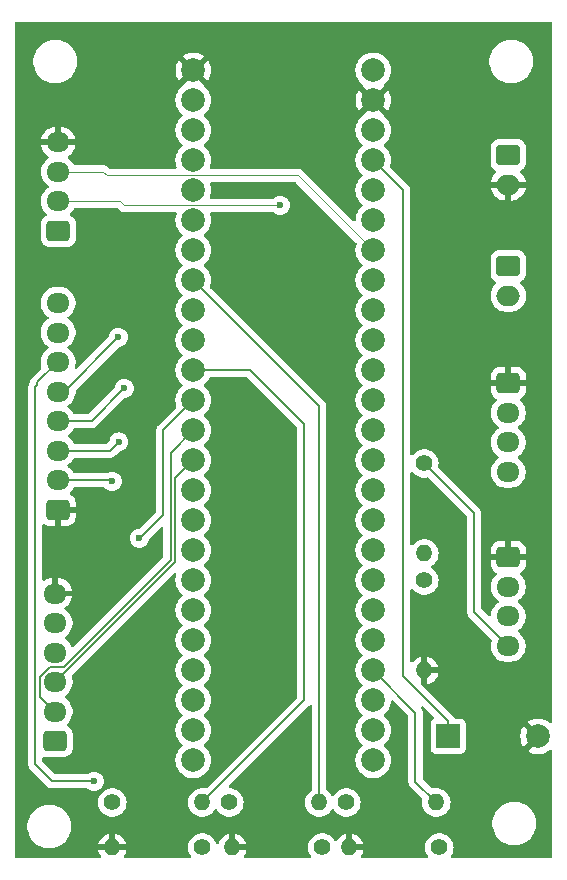
<source format=gbr>
%TF.GenerationSoftware,KiCad,Pcbnew,8.0.2-1*%
%TF.CreationDate,2024-09-30T15:02:25-04:00*%
%TF.ProjectId,Airbrake_ComputeBoard,41697262-7261-46b6-955f-436f6d707574,rev?*%
%TF.SameCoordinates,Original*%
%TF.FileFunction,Copper,L2,Bot*%
%TF.FilePolarity,Positive*%
%FSLAX46Y46*%
G04 Gerber Fmt 4.6, Leading zero omitted, Abs format (unit mm)*
G04 Created by KiCad (PCBNEW 8.0.2-1) date 2024-09-30 15:02:25*
%MOMM*%
%LPD*%
G01*
G04 APERTURE LIST*
G04 Aperture macros list*
%AMRoundRect*
0 Rectangle with rounded corners*
0 $1 Rounding radius*
0 $2 $3 $4 $5 $6 $7 $8 $9 X,Y pos of 4 corners*
0 Add a 4 corners polygon primitive as box body*
4,1,4,$2,$3,$4,$5,$6,$7,$8,$9,$2,$3,0*
0 Add four circle primitives for the rounded corners*
1,1,$1+$1,$2,$3*
1,1,$1+$1,$4,$5*
1,1,$1+$1,$6,$7*
1,1,$1+$1,$8,$9*
0 Add four rect primitives between the rounded corners*
20,1,$1+$1,$2,$3,$4,$5,0*
20,1,$1+$1,$4,$5,$6,$7,0*
20,1,$1+$1,$6,$7,$8,$9,0*
20,1,$1+$1,$8,$9,$2,$3,0*%
G04 Aperture macros list end*
%TA.AperFunction,ComponentPad*%
%ADD10RoundRect,0.250000X0.725000X-0.600000X0.725000X0.600000X-0.725000X0.600000X-0.725000X-0.600000X0*%
%TD*%
%TA.AperFunction,ComponentPad*%
%ADD11O,1.950000X1.700000*%
%TD*%
%TA.AperFunction,ComponentPad*%
%ADD12C,2.000000*%
%TD*%
%TA.AperFunction,ComponentPad*%
%ADD13R,2.000000X2.000000*%
%TD*%
%TA.AperFunction,ComponentPad*%
%ADD14RoundRect,0.250000X-0.750000X0.600000X-0.750000X-0.600000X0.750000X-0.600000X0.750000X0.600000X0*%
%TD*%
%TA.AperFunction,ComponentPad*%
%ADD15O,2.000000X1.700000*%
%TD*%
%TA.AperFunction,ComponentPad*%
%ADD16RoundRect,0.250000X-0.725000X0.600000X-0.725000X-0.600000X0.725000X-0.600000X0.725000X0.600000X0*%
%TD*%
%TA.AperFunction,ComponentPad*%
%ADD17C,1.400000*%
%TD*%
%TA.AperFunction,ComponentPad*%
%ADD18O,1.400000X1.400000*%
%TD*%
%TA.AperFunction,ViaPad*%
%ADD19C,0.600000*%
%TD*%
%TA.AperFunction,Conductor*%
%ADD20C,0.125000*%
%TD*%
%TA.AperFunction,Conductor*%
%ADD21C,0.200000*%
%TD*%
G04 APERTURE END LIST*
D10*
%TO.P,BlueRaven1,1,Pin_1*%
%TO.N,/5v_switch*%
X139192000Y-81922000D03*
D11*
%TO.P,BlueRaven1,2,Pin_2*%
%TO.N,/BR-TX*%
X139192000Y-79422000D03*
%TO.P,BlueRaven1,3,Pin_3*%
%TO.N,/BR-RX*%
X139192000Y-76922000D03*
%TO.P,BlueRaven1,4,Pin_4*%
%TO.N,GND*%
X139192000Y-74422000D03*
%TD*%
D12*
%TO.P,Teensy4.1,0,GND*%
%TO.N,GND*%
X150622000Y-68326000D03*
%TO.P,Teensy4.1,1,RX1*%
%TO.N,unconnected-(Teensy4.1-RX1-Pad1)*%
X150622000Y-70866000D03*
%TO.P,Teensy4.1,2,TX1*%
%TO.N,unconnected-(Teensy4.1-TX1-Pad2)*%
X150622000Y-73406000D03*
%TO.P,Teensy4.1,3,PWM*%
%TO.N,/SV*%
X150622000Y-75946000D03*
%TO.P,Teensy4.1,4,PWM*%
%TO.N,/BK*%
X150622000Y-78486000D03*
%TO.P,Teensy4.1,5,PWM*%
%TO.N,/EN*%
X150622000Y-81026000D03*
%TO.P,Teensy4.1,6,PWM*%
%TO.N,/F{slash}R*%
X150622000Y-83566000D03*
%TO.P,Teensy4.1,7,PWM*%
%TO.N,/PG_3.3v*%
X150622000Y-86106000D03*
%TO.P,Teensy4.1,8,RX2*%
%TO.N,unconnected-(Teensy4.1-RX2-Pad8)*%
X150622000Y-88646000D03*
%TO.P,Teensy4.1,9,TX2*%
%TO.N,unconnected-(Teensy4.1-TX2-Pad9)*%
X150622000Y-91186000D03*
%TO.P,Teensy4.1,10,PWM*%
%TO.N,/ALM_3.3v*%
X150622000Y-93726000D03*
%TO.P,Teensy4.1,11,CS*%
%TO.N,/CS*%
X150622000Y-96266000D03*
%TO.P,Teensy4.1,12,MOSI*%
%TO.N,/MOSI*%
X150622000Y-98806000D03*
%TO.P,Teensy4.1,13,MISO*%
%TO.N,/MISO*%
X150622000Y-101346000D03*
%TO.P,Teensy4.1,14,3.3V*%
%TO.N,unconnected-(Teensy4.1-3.3V-Pad14)*%
X150622000Y-103886000D03*
%TO.P,Teensy4.1,15,SCL2*%
%TO.N,unconnected-(Teensy4.1-SCL2-Pad15)*%
X150622000Y-106426000D03*
%TO.P,Teensy4.1,16,SDA2*%
%TO.N,unconnected-(Teensy4.1-SDA2-Pad16)*%
X150622000Y-108966000D03*
%TO.P,Teensy4.1,17,MOSI1*%
%TO.N,unconnected-(Teensy4.1-MOSI1-Pad17)*%
X150622000Y-111506000D03*
%TO.P,Teensy4.1,18,SCK1*%
%TO.N,unconnected-(Teensy4.1-SCK1-Pad18)*%
X150622000Y-114046000D03*
%TO.P,Teensy4.1,19,RX7*%
%TO.N,unconnected-(Teensy4.1-RX7-Pad19)*%
X150622000Y-116586000D03*
%TO.P,Teensy4.1,20,TX7*%
%TO.N,unconnected-(Teensy4.1-TX7-Pad20)*%
X150622000Y-119126000D03*
%TO.P,Teensy4.1,21,GPIO*%
%TO.N,unconnected-(Teensy4.1-GPIO-Pad21)*%
X150622000Y-121666000D03*
%TO.P,Teensy4.1,22,GPIO*%
%TO.N,unconnected-(Teensy4.1-GPIO-Pad22)*%
X150622000Y-124206000D03*
%TO.P,Teensy4.1,23,GPIO*%
%TO.N,unconnected-(Teensy4.1-GPIO-Pad23)*%
X150622000Y-126746000D03*
%TO.P,Teensy4.1,24,PWM*%
%TO.N,unconnected-(Teensy4.1-PWM-Pad24)*%
X165862000Y-126746000D03*
%TO.P,Teensy4.1,25,RX8*%
%TO.N,unconnected-(Teensy4.1-RX8-Pad25)*%
X165862000Y-124206000D03*
%TO.P,Teensy4.1,26,TX8*%
%TO.N,unconnected-(Teensy4.1-TX8-Pad26)*%
X165862000Y-121666000D03*
%TO.P,Teensy4.1,27,PWM*%
%TO.N,/A_3.3v*%
X165862000Y-119126000D03*
%TO.P,Teensy4.1,28,PWM*%
%TO.N,/B_3.3v*%
X165862000Y-116586000D03*
%TO.P,Teensy4.1,29,CS1*%
%TO.N,unconnected-(Teensy4.1-CS1-Pad29)*%
X165862000Y-114046000D03*
%TO.P,Teensy4.1,30,MISO*%
%TO.N,unconnected-(Teensy4.1-MISO-Pad30)*%
X165862000Y-111506000D03*
%TO.P,Teensy4.1,31,A16*%
%TO.N,unconnected-(Teensy4.1-A16-Pad31)*%
X165862000Y-108966000D03*
%TO.P,Teensy4.1,32,A17*%
%TO.N,unconnected-(Teensy4.1-A17-Pad32)*%
X165862000Y-106426000D03*
%TO.P,Teensy4.1,33,GND*%
%TO.N,unconnected-(Teensy4.1-GND-Pad33)*%
X165862000Y-103886000D03*
%TO.P,Teensy4.1,34,SCK*%
%TO.N,/SCK*%
X165862000Y-101346000D03*
%TO.P,Teensy4.1,35,A0*%
%TO.N,unconnected-(Teensy4.1-A0-Pad35)*%
X165862000Y-98806000D03*
%TO.P,Teensy4.1,36,A1*%
%TO.N,unconnected-(Teensy4.1-A1-Pad36)*%
X165862000Y-96266000D03*
%TO.P,Teensy4.1,37,A2*%
%TO.N,unconnected-(Teensy4.1-A2-Pad37)*%
X165862000Y-93726000D03*
%TO.P,Teensy4.1,38,A3*%
%TO.N,unconnected-(Teensy4.1-A3-Pad38)*%
X165862000Y-91186000D03*
%TO.P,Teensy4.1,39,SDA*%
%TO.N,/SDA*%
X165862000Y-88646000D03*
%TO.P,Teensy4.1,40,SCL*%
%TO.N,/SCL*%
X165862000Y-86106000D03*
%TO.P,Teensy4.1,41,TX5*%
%TO.N,/BR-RX*%
X165862000Y-83566000D03*
%TO.P,Teensy4.1,42,RX5*%
%TO.N,/BR-TX*%
X165862000Y-81026000D03*
%TO.P,Teensy4.1,43,PWM*%
%TO.N,unconnected-(Teensy4.1-PWM-Pad43)*%
X165862000Y-78486000D03*
%TO.P,Teensy4.1,44,PWM*%
%TO.N,/buzzer*%
X165862000Y-75946000D03*
%TO.P,Teensy4.1,45,3.3V*%
%TO.N,+3.3V*%
X165862000Y-73406000D03*
%TO.P,Teensy4.1,46,GND*%
%TO.N,GND*%
X165862000Y-70866000D03*
%TO.P,Teensy4.1,47,Vin*%
%TO.N,/5v_switch*%
X165862000Y-68326000D03*
%TD*%
D13*
%TO.P,BZ1,1,+*%
%TO.N,/buzzer*%
X172212000Y-124714000D03*
D12*
%TO.P,BZ1,2,-*%
%TO.N,GND*%
X179812000Y-124714000D03*
%TD*%
D10*
%TO.P,VN-100-1,1,Pin_1*%
%TO.N,/5v_switch*%
X138921000Y-125122000D03*
D11*
%TO.P,VN-100-1,2,Pin_2*%
%TO.N,/MOSI*%
X138921000Y-122622000D03*
%TO.P,VN-100-1,3,Pin_3*%
%TO.N,/MISO*%
X138921000Y-120122000D03*
%TO.P,VN-100-1,4,Pin_4*%
%TO.N,/SCK*%
X138921000Y-117622000D03*
%TO.P,VN-100-1,5,Pin_5*%
%TO.N,/CS*%
X138921000Y-115122000D03*
%TO.P,VN-100-1,6,Pin_6*%
%TO.N,GND*%
X138921000Y-112622000D03*
%TD*%
D14*
%TO.P,PowerSwitch1,1,Pin_1*%
%TO.N,Net-(Battery1-Pin_1)*%
X177292000Y-84916000D03*
D15*
%TO.P,PowerSwitch1,2,Pin_2*%
%TO.N,/5v_switch*%
X177292000Y-87416000D03*
%TD*%
D16*
%TO.P,SensorBoard1,1,Pin_1*%
%TO.N,GND*%
X177292000Y-94822000D03*
D11*
%TO.P,SensorBoard1,2,Pin_2*%
%TO.N,/SCL*%
X177292000Y-97322000D03*
%TO.P,SensorBoard1,3,Pin_3*%
%TO.N,/SDA*%
X177292000Y-99822000D03*
%TO.P,SensorBoard1,4,Pin_4*%
%TO.N,+3.3V*%
X177292000Y-102322000D03*
%TD*%
D17*
%TO.P,R1,1*%
%TO.N,/ALM_5v*%
X143764000Y-130302000D03*
D18*
%TO.P,R1,2*%
%TO.N,/ALM_3.3v*%
X151384000Y-130302000D03*
%TD*%
D16*
%TO.P,MotorEncoder1,1,Pin_1*%
%TO.N,GND*%
X177292000Y-109554000D03*
D11*
%TO.P,MotorEncoder1,2,Pin_2*%
%TO.N,/A_5v*%
X177292000Y-112054000D03*
%TO.P,MotorEncoder1,3,Pin_3*%
%TO.N,/5v_switch*%
X177292000Y-114554000D03*
%TO.P,MotorEncoder1,4,Pin_4*%
%TO.N,/B_5v*%
X177292000Y-117054000D03*
%TD*%
D17*
%TO.P,R7,1*%
%TO.N,/B_5v*%
X170180000Y-101600000D03*
D18*
%TO.P,R7,2*%
%TO.N,/B_3.3v*%
X170180000Y-109220000D03*
%TD*%
D17*
%TO.P,R4,1*%
%TO.N,/PG_3.3v*%
X161544000Y-134112000D03*
D18*
%TO.P,R4,2*%
%TO.N,GND*%
X153924000Y-134112000D03*
%TD*%
D17*
%TO.P,R8,1*%
%TO.N,/B_3.3v*%
X170180000Y-111506000D03*
D18*
%TO.P,R8,2*%
%TO.N,GND*%
X170180000Y-119126000D03*
%TD*%
D10*
%TO.P,MotoDriver1,1,Pin_1*%
%TO.N,GND*%
X139175000Y-105524000D03*
D11*
%TO.P,MotoDriver1,2,Pin_2*%
%TO.N,Net-(MotoDriver1-Pin_2)*%
X139175000Y-103024000D03*
%TO.P,MotoDriver1,3,Pin_3*%
%TO.N,Net-(MotoDriver1-Pin_3)*%
X139175000Y-100524000D03*
%TO.P,MotoDriver1,4,Pin_4*%
%TO.N,Net-(MotoDriver1-Pin_4)*%
X139175000Y-98024000D03*
%TO.P,MotoDriver1,5,Pin_5*%
%TO.N,Net-(MotoDriver1-Pin_5)*%
X139175000Y-95524000D03*
%TO.P,MotoDriver1,6,Pin_6*%
%TO.N,/PG_5v*%
X139175000Y-93024000D03*
%TO.P,MotoDriver1,7,Pin_7*%
%TO.N,/ALM_5v*%
X139175000Y-90524000D03*
%TO.P,MotoDriver1,8,Pin_8*%
%TO.N,/5v_switch*%
X139175000Y-88024000D03*
%TD*%
D17*
%TO.P,R6,1*%
%TO.N,/A_3.3v*%
X171450000Y-134112000D03*
D18*
%TO.P,R6,2*%
%TO.N,GND*%
X163830000Y-134112000D03*
%TD*%
D17*
%TO.P,R2,1*%
%TO.N,/ALM_3.3v*%
X151384000Y-134112000D03*
D18*
%TO.P,R2,2*%
%TO.N,GND*%
X143764000Y-134112000D03*
%TD*%
D17*
%TO.P,R5,1*%
%TO.N,/A_5v*%
X163576000Y-130302000D03*
D18*
%TO.P,R5,2*%
%TO.N,/A_3.3v*%
X171196000Y-130302000D03*
%TD*%
D14*
%TO.P,Battery1,1,Pin_1*%
%TO.N,Net-(Battery1-Pin_1)*%
X177292000Y-75518000D03*
D15*
%TO.P,Battery1,2,Pin_2*%
%TO.N,GND*%
X177292000Y-78018000D03*
%TD*%
D17*
%TO.P,R3,1*%
%TO.N,/PG_5v*%
X153670000Y-130302000D03*
D18*
%TO.P,R3,2*%
%TO.N,/PG_3.3v*%
X161290000Y-130302000D03*
%TD*%
D19*
%TO.N,/BR-TX*%
X157988000Y-79756000D03*
%TO.N,/PG_5v*%
X142240000Y-128524000D03*
%TO.N,Net-(MotoDriver1-Pin_3)*%
X144315265Y-99778735D03*
%TO.N,Net-(MotoDriver1-Pin_5)*%
X144272000Y-90932000D03*
%TO.N,Net-(MotoDriver1-Pin_4)*%
X144780000Y-95250000D03*
%TO.N,Net-(MotoDriver1-Pin_2)*%
X143764000Y-103124000D03*
%TO.N,/CS*%
X146050000Y-107950000D03*
%TD*%
D20*
%TO.N,/BR-RX*%
X139192000Y-76922000D02*
X143002000Y-76922000D01*
X143002000Y-76922000D02*
X143303500Y-77223500D01*
X159519500Y-77223500D02*
X165862000Y-83566000D01*
X143303500Y-77223500D02*
X159519500Y-77223500D01*
%TO.N,/BR-TX*%
X139192000Y-79422000D02*
X144446000Y-79422000D01*
X144446000Y-79422000D02*
X144780000Y-79756000D01*
X157226000Y-79756000D02*
X157988000Y-79756000D01*
X144780000Y-79756000D02*
X157226000Y-79756000D01*
D21*
%TO.N,/PG_5v*%
X137246000Y-95164000D02*
X137414000Y-94996000D01*
X137414000Y-94996000D02*
X137414000Y-94742000D01*
X138684000Y-128524000D02*
X137246000Y-127086000D01*
X137246000Y-127086000D02*
X137246000Y-95164000D01*
X139132000Y-93024000D02*
X139175000Y-93024000D01*
X137414000Y-94742000D02*
X139132000Y-93024000D01*
X142240000Y-128524000D02*
X138684000Y-128524000D01*
%TO.N,/B_5v*%
X174404000Y-114166000D02*
X177292000Y-117054000D01*
X170180000Y-101600000D02*
X174404000Y-105824000D01*
X174404000Y-105824000D02*
X174404000Y-114166000D01*
%TO.N,/ALM_3.3v*%
X160020000Y-121666000D02*
X160020000Y-98298000D01*
X151384000Y-130302000D02*
X160020000Y-121666000D01*
X155448000Y-93726000D02*
X150622000Y-93726000D01*
X160020000Y-98298000D02*
X155448000Y-93726000D01*
%TO.N,/PG_3.3v*%
X161290000Y-96774000D02*
X150622000Y-86106000D01*
X161290000Y-130302000D02*
X161290000Y-96774000D01*
%TO.N,/A_3.3v*%
X171196000Y-130302000D02*
X169434000Y-128540000D01*
X169434000Y-122698000D02*
X165862000Y-119126000D01*
X169434000Y-128540000D02*
X169434000Y-122698000D01*
%TO.N,/MOSI*%
X137646000Y-121347000D02*
X137646000Y-119645654D01*
X138466997Y-118824657D02*
X139652657Y-118824657D01*
X139652657Y-118824657D02*
X148698000Y-109779314D01*
X148698000Y-109779314D02*
X148698000Y-100730000D01*
X138921000Y-122622000D02*
X137646000Y-121347000D01*
X137646000Y-119645654D02*
X138466997Y-118824657D01*
X148698000Y-100730000D02*
X150622000Y-98806000D01*
%TO.N,Net-(MotoDriver1-Pin_3)*%
X139175000Y-100524000D02*
X143570000Y-100524000D01*
X143570000Y-100524000D02*
X144315265Y-99778735D01*
%TO.N,Net-(MotoDriver1-Pin_5)*%
X139680000Y-95524000D02*
X144272000Y-90932000D01*
X139175000Y-95524000D02*
X139680000Y-95524000D01*
%TO.N,Net-(MotoDriver1-Pin_4)*%
X139175000Y-98024000D02*
X142006000Y-98024000D01*
X142006000Y-98024000D02*
X144780000Y-95250000D01*
%TO.N,Net-(MotoDriver1-Pin_2)*%
X143664000Y-103024000D02*
X143764000Y-103124000D01*
X139175000Y-103024000D02*
X143664000Y-103024000D01*
%TO.N,/CS*%
X148082000Y-98806000D02*
X150622000Y-96266000D01*
X148082000Y-105961000D02*
X146093000Y-107950000D01*
X148082000Y-105961000D02*
X148082000Y-98806000D01*
X146093000Y-107950000D02*
X146050000Y-107950000D01*
%TO.N,/MISO*%
X149098000Y-109945000D02*
X149098000Y-102870000D01*
X138921000Y-120122000D02*
X149098000Y-109945000D01*
X149098000Y-102870000D02*
X150622000Y-101346000D01*
%TO.N,/buzzer*%
X168402000Y-119634000D02*
X168402000Y-78486000D01*
X172212000Y-124714000D02*
X172212000Y-123444000D01*
X168402000Y-78486000D02*
X165862000Y-75946000D01*
X172212000Y-123444000D02*
X168402000Y-119634000D01*
%TD*%
%TA.AperFunction,Conductor*%
%TO.N,GND*%
G36*
X180942539Y-64218185D02*
G01*
X180988294Y-64270989D01*
X180999500Y-64322500D01*
X180999500Y-123483820D01*
X180979815Y-123550859D01*
X180927011Y-123596614D01*
X180857853Y-123606558D01*
X180799338Y-123581673D01*
X180635237Y-123453949D01*
X180635228Y-123453942D01*
X180416614Y-123335635D01*
X180416603Y-123335630D01*
X180181493Y-123254916D01*
X179936293Y-123214000D01*
X179687707Y-123214000D01*
X179442506Y-123254916D01*
X179207396Y-123335630D01*
X179207390Y-123335632D01*
X178988761Y-123453949D01*
X178941942Y-123490388D01*
X178941942Y-123490390D01*
X179682590Y-124231037D01*
X179619007Y-124248075D01*
X179504993Y-124313901D01*
X179411901Y-124406993D01*
X179346075Y-124521007D01*
X179329037Y-124584589D01*
X178588564Y-123844116D01*
X178488267Y-123997632D01*
X178388412Y-124225282D01*
X178327387Y-124466261D01*
X178327385Y-124466270D01*
X178306859Y-124713994D01*
X178306859Y-124714005D01*
X178327385Y-124961729D01*
X178327387Y-124961738D01*
X178388412Y-125202717D01*
X178488266Y-125430364D01*
X178588564Y-125583882D01*
X179329037Y-124843409D01*
X179346075Y-124906993D01*
X179411901Y-125021007D01*
X179504993Y-125114099D01*
X179619007Y-125179925D01*
X179682588Y-125196962D01*
X178941942Y-125937609D01*
X178988768Y-125974055D01*
X178988770Y-125974056D01*
X179207385Y-126092364D01*
X179207396Y-126092369D01*
X179442506Y-126173083D01*
X179687707Y-126214000D01*
X179936293Y-126214000D01*
X180181493Y-126173083D01*
X180416603Y-126092369D01*
X180416614Y-126092364D01*
X180635228Y-125974057D01*
X180635231Y-125974055D01*
X180799337Y-125846326D01*
X180864331Y-125820683D01*
X180932871Y-125834249D01*
X180983196Y-125882718D01*
X180999500Y-125944179D01*
X180999500Y-134875500D01*
X180979815Y-134942539D01*
X180927011Y-134988294D01*
X180875500Y-134999500D01*
X172533170Y-134999500D01*
X172466131Y-134979815D01*
X172420376Y-134927011D01*
X172410432Y-134857853D01*
X172434216Y-134800774D01*
X172475052Y-134746697D01*
X172475052Y-134746696D01*
X172475058Y-134746689D01*
X172574229Y-134547528D01*
X172635115Y-134333536D01*
X172655643Y-134112000D01*
X172653609Y-134090054D01*
X172635115Y-133890464D01*
X172635114Y-133890462D01*
X172626216Y-133859190D01*
X172574229Y-133676472D01*
X172574224Y-133676461D01*
X172475061Y-133477316D01*
X172475056Y-133477308D01*
X172340979Y-133299761D01*
X172176562Y-133149876D01*
X172176560Y-133149874D01*
X171987404Y-133032754D01*
X171987398Y-133032752D01*
X171779940Y-132952382D01*
X171561243Y-132911500D01*
X171338757Y-132911500D01*
X171120060Y-132952382D01*
X170988864Y-133003207D01*
X170912601Y-133032752D01*
X170912595Y-133032754D01*
X170723439Y-133149874D01*
X170723437Y-133149876D01*
X170559020Y-133299761D01*
X170424943Y-133477308D01*
X170424938Y-133477316D01*
X170325775Y-133676461D01*
X170325769Y-133676476D01*
X170264885Y-133890462D01*
X170264884Y-133890464D01*
X170244357Y-134111999D01*
X170244357Y-134112000D01*
X170264884Y-134333535D01*
X170264885Y-134333537D01*
X170325769Y-134547523D01*
X170325775Y-134547538D01*
X170424938Y-134746683D01*
X170424947Y-134746697D01*
X170465784Y-134800774D01*
X170490476Y-134866135D01*
X170475911Y-134934470D01*
X170426713Y-134984082D01*
X170366830Y-134999500D01*
X164912544Y-134999500D01*
X164845505Y-134979815D01*
X164799750Y-134927011D01*
X164789806Y-134857853D01*
X164813590Y-134800773D01*
X164854631Y-134746425D01*
X164953760Y-134547349D01*
X165006495Y-134362000D01*
X164074975Y-134362000D01*
X164110070Y-134326905D01*
X164156148Y-134247095D01*
X164180000Y-134158078D01*
X164180000Y-134065922D01*
X164156148Y-133976905D01*
X164110070Y-133897095D01*
X164074975Y-133862000D01*
X164080000Y-133862000D01*
X165006495Y-133862000D01*
X164953760Y-133676650D01*
X164854631Y-133477574D01*
X164720608Y-133300099D01*
X164556261Y-133150278D01*
X164367179Y-133033202D01*
X164367177Y-133033201D01*
X164159799Y-132952864D01*
X164080000Y-132937946D01*
X164080000Y-133862000D01*
X164074975Y-133862000D01*
X164044905Y-133831930D01*
X163965095Y-133785852D01*
X163876078Y-133762000D01*
X163783922Y-133762000D01*
X163694905Y-133785852D01*
X163615095Y-133831930D01*
X163580000Y-133867025D01*
X163580000Y-132937946D01*
X163500200Y-132952864D01*
X163292822Y-133033201D01*
X163292820Y-133033202D01*
X163103738Y-133150278D01*
X162939391Y-133300099D01*
X162805366Y-133477576D01*
X162798278Y-133491812D01*
X162750775Y-133543049D01*
X162683111Y-133560469D01*
X162616771Y-133538542D01*
X162576280Y-133491812D01*
X162569064Y-133477321D01*
X162569056Y-133477308D01*
X162434979Y-133299761D01*
X162270562Y-133149876D01*
X162270560Y-133149874D01*
X162081404Y-133032754D01*
X162081398Y-133032752D01*
X161873940Y-132952382D01*
X161655243Y-132911500D01*
X161432757Y-132911500D01*
X161214060Y-132952382D01*
X161082864Y-133003207D01*
X161006601Y-133032752D01*
X161006595Y-133032754D01*
X160817439Y-133149874D01*
X160817437Y-133149876D01*
X160653020Y-133299761D01*
X160518943Y-133477308D01*
X160518938Y-133477316D01*
X160419775Y-133676461D01*
X160419769Y-133676476D01*
X160358885Y-133890462D01*
X160358884Y-133890464D01*
X160338357Y-134111999D01*
X160338357Y-134112000D01*
X160358884Y-134333535D01*
X160358885Y-134333537D01*
X160419769Y-134547523D01*
X160419775Y-134547538D01*
X160518938Y-134746683D01*
X160518947Y-134746697D01*
X160559784Y-134800774D01*
X160584476Y-134866135D01*
X160569911Y-134934470D01*
X160520713Y-134984082D01*
X160460830Y-134999500D01*
X155006544Y-134999500D01*
X154939505Y-134979815D01*
X154893750Y-134927011D01*
X154883806Y-134857853D01*
X154907590Y-134800773D01*
X154948631Y-134746425D01*
X155047760Y-134547349D01*
X155100495Y-134362000D01*
X154168975Y-134362000D01*
X154204070Y-134326905D01*
X154250148Y-134247095D01*
X154274000Y-134158078D01*
X154274000Y-134065922D01*
X154250148Y-133976905D01*
X154204070Y-133897095D01*
X154168975Y-133862000D01*
X154174000Y-133862000D01*
X155100495Y-133862000D01*
X155047760Y-133676650D01*
X154948631Y-133477574D01*
X154814608Y-133300099D01*
X154650261Y-133150278D01*
X154461179Y-133033202D01*
X154461177Y-133033201D01*
X154253799Y-132952864D01*
X154174000Y-132937946D01*
X154174000Y-133862000D01*
X154168975Y-133862000D01*
X154138905Y-133831930D01*
X154059095Y-133785852D01*
X153970078Y-133762000D01*
X153877922Y-133762000D01*
X153788905Y-133785852D01*
X153709095Y-133831930D01*
X153674000Y-133867025D01*
X153674000Y-132937946D01*
X153594200Y-132952864D01*
X153386822Y-133033201D01*
X153386820Y-133033202D01*
X153197738Y-133150278D01*
X153033391Y-133300099D01*
X152899368Y-133477574D01*
X152800239Y-133676651D01*
X152800237Y-133676655D01*
X152773525Y-133770540D01*
X152736246Y-133829633D01*
X152672936Y-133859190D01*
X152603697Y-133849828D01*
X152550510Y-133804518D01*
X152534994Y-133770541D01*
X152508229Y-133676472D01*
X152508224Y-133676461D01*
X152409061Y-133477316D01*
X152409056Y-133477308D01*
X152274979Y-133299761D01*
X152110562Y-133149876D01*
X152110560Y-133149874D01*
X151921404Y-133032754D01*
X151921398Y-133032752D01*
X151713940Y-132952382D01*
X151495243Y-132911500D01*
X151272757Y-132911500D01*
X151054060Y-132952382D01*
X150922864Y-133003207D01*
X150846601Y-133032752D01*
X150846595Y-133032754D01*
X150657439Y-133149874D01*
X150657437Y-133149876D01*
X150493020Y-133299761D01*
X150358943Y-133477308D01*
X150358938Y-133477316D01*
X150259775Y-133676461D01*
X150259769Y-133676476D01*
X150198885Y-133890462D01*
X150198884Y-133890464D01*
X150178357Y-134111999D01*
X150178357Y-134112000D01*
X150198884Y-134333535D01*
X150198885Y-134333537D01*
X150259769Y-134547523D01*
X150259775Y-134547538D01*
X150358938Y-134746683D01*
X150358947Y-134746697D01*
X150399784Y-134800774D01*
X150424476Y-134866135D01*
X150409911Y-134934470D01*
X150360713Y-134984082D01*
X150300830Y-134999500D01*
X144846544Y-134999500D01*
X144779505Y-134979815D01*
X144733750Y-134927011D01*
X144723806Y-134857853D01*
X144747590Y-134800773D01*
X144788631Y-134746425D01*
X144887760Y-134547349D01*
X144940495Y-134362000D01*
X144008975Y-134362000D01*
X144044070Y-134326905D01*
X144090148Y-134247095D01*
X144114000Y-134158078D01*
X144114000Y-134065922D01*
X144090148Y-133976905D01*
X144044070Y-133897095D01*
X144008975Y-133862000D01*
X144014000Y-133862000D01*
X144940495Y-133862000D01*
X144887760Y-133676650D01*
X144788631Y-133477574D01*
X144654608Y-133300099D01*
X144490261Y-133150278D01*
X144301179Y-133033202D01*
X144301177Y-133033201D01*
X144093799Y-132952864D01*
X144014000Y-132937946D01*
X144014000Y-133862000D01*
X144008975Y-133862000D01*
X143978905Y-133831930D01*
X143899095Y-133785852D01*
X143810078Y-133762000D01*
X143717922Y-133762000D01*
X143628905Y-133785852D01*
X143549095Y-133831930D01*
X143483930Y-133897095D01*
X143437852Y-133976905D01*
X143414000Y-134065922D01*
X143414000Y-134158078D01*
X143437852Y-134247095D01*
X143483930Y-134326905D01*
X143519025Y-134362000D01*
X142587505Y-134362000D01*
X142640239Y-134547349D01*
X142739368Y-134746425D01*
X142780410Y-134800773D01*
X142805102Y-134866134D01*
X142790537Y-134934469D01*
X142741340Y-134984081D01*
X142681456Y-134999500D01*
X135624500Y-134999500D01*
X135557461Y-134979815D01*
X135511706Y-134927011D01*
X135500500Y-134875500D01*
X135500500Y-132212711D01*
X136579500Y-132212711D01*
X136579500Y-132455288D01*
X136611161Y-132695785D01*
X136673947Y-132930104D01*
X136748584Y-133110293D01*
X136766776Y-133154212D01*
X136888064Y-133364289D01*
X136888066Y-133364292D01*
X136888067Y-133364293D01*
X137035733Y-133556736D01*
X137035739Y-133556743D01*
X137207256Y-133728260D01*
X137207263Y-133728266D01*
X137251226Y-133762000D01*
X137399711Y-133875936D01*
X137609788Y-133997224D01*
X137833900Y-134090054D01*
X138068211Y-134152838D01*
X138248586Y-134176584D01*
X138308711Y-134184500D01*
X138308712Y-134184500D01*
X138551289Y-134184500D01*
X138599388Y-134178167D01*
X138791789Y-134152838D01*
X139026100Y-134090054D01*
X139250212Y-133997224D01*
X139460289Y-133875936D01*
X139478451Y-133862000D01*
X142587505Y-133862000D01*
X143514000Y-133862000D01*
X143514000Y-132937946D01*
X143434200Y-132952864D01*
X143226822Y-133033201D01*
X143226820Y-133033202D01*
X143037738Y-133150278D01*
X142873391Y-133300099D01*
X142739368Y-133477574D01*
X142640239Y-133676650D01*
X142587505Y-133862000D01*
X139478451Y-133862000D01*
X139652738Y-133728265D01*
X139824265Y-133556738D01*
X139971936Y-133364289D01*
X140093224Y-133154212D01*
X140186054Y-132930100D01*
X140248838Y-132695789D01*
X140280500Y-132455288D01*
X140280500Y-132212712D01*
X140248838Y-131972211D01*
X140245221Y-131958711D01*
X175949500Y-131958711D01*
X175949500Y-132201288D01*
X175981161Y-132441785D01*
X176043947Y-132676104D01*
X176052101Y-132695789D01*
X176136776Y-132900212D01*
X176258064Y-133110289D01*
X176258066Y-133110292D01*
X176258067Y-133110293D01*
X176405733Y-133302736D01*
X176405739Y-133302743D01*
X176577256Y-133474260D01*
X176577263Y-133474266D01*
X176581574Y-133477574D01*
X176769711Y-133621936D01*
X176979788Y-133743224D01*
X177203900Y-133836054D01*
X177438211Y-133898838D01*
X177618586Y-133922584D01*
X177678711Y-133930500D01*
X177678712Y-133930500D01*
X177921289Y-133930500D01*
X177969388Y-133924167D01*
X178161789Y-133898838D01*
X178396100Y-133836054D01*
X178620212Y-133743224D01*
X178830289Y-133621936D01*
X179022738Y-133474265D01*
X179194265Y-133302738D01*
X179341936Y-133110289D01*
X179463224Y-132900212D01*
X179556054Y-132676100D01*
X179618838Y-132441789D01*
X179650500Y-132201288D01*
X179650500Y-131958712D01*
X179618838Y-131718211D01*
X179556054Y-131483900D01*
X179463224Y-131259788D01*
X179341936Y-131049711D01*
X179208655Y-130876015D01*
X179194266Y-130857263D01*
X179194260Y-130857256D01*
X179022743Y-130685739D01*
X179022736Y-130685733D01*
X178830293Y-130538067D01*
X178830292Y-130538066D01*
X178830289Y-130538064D01*
X178620212Y-130416776D01*
X178620205Y-130416773D01*
X178396104Y-130323947D01*
X178161785Y-130261161D01*
X177921289Y-130229500D01*
X177921288Y-130229500D01*
X177678712Y-130229500D01*
X177678711Y-130229500D01*
X177438214Y-130261161D01*
X177203895Y-130323947D01*
X176979794Y-130416773D01*
X176979785Y-130416777D01*
X176769706Y-130538067D01*
X176577263Y-130685733D01*
X176577256Y-130685739D01*
X176405739Y-130857256D01*
X176405733Y-130857263D01*
X176258067Y-131049706D01*
X176136777Y-131259785D01*
X176136773Y-131259794D01*
X176043947Y-131483895D01*
X175981161Y-131718214D01*
X175949500Y-131958711D01*
X140245221Y-131958711D01*
X140186054Y-131737900D01*
X140093224Y-131513788D01*
X139971936Y-131303711D01*
X139824265Y-131111262D01*
X139824260Y-131111256D01*
X139652743Y-130939739D01*
X139652736Y-130939733D01*
X139460293Y-130792067D01*
X139460292Y-130792066D01*
X139460289Y-130792064D01*
X139250212Y-130670776D01*
X139250205Y-130670773D01*
X139026104Y-130577947D01*
X138877260Y-130538064D01*
X138791789Y-130515162D01*
X138791788Y-130515161D01*
X138791785Y-130515161D01*
X138551289Y-130483500D01*
X138551288Y-130483500D01*
X138308712Y-130483500D01*
X138308711Y-130483500D01*
X138068214Y-130515161D01*
X137833895Y-130577947D01*
X137609794Y-130670773D01*
X137609785Y-130670777D01*
X137399706Y-130792067D01*
X137207263Y-130939733D01*
X137207256Y-130939739D01*
X137035739Y-131111256D01*
X137035733Y-131111263D01*
X136888067Y-131303706D01*
X136766777Y-131513785D01*
X136766773Y-131513794D01*
X136673947Y-131737895D01*
X136611161Y-131972214D01*
X136579500Y-132212711D01*
X135500500Y-132212711D01*
X135500500Y-130301999D01*
X142558357Y-130301999D01*
X142558357Y-130302000D01*
X142578884Y-130523535D01*
X142578885Y-130523537D01*
X142639769Y-130737523D01*
X142639775Y-130737538D01*
X142738938Y-130936683D01*
X142738943Y-130936691D01*
X142873020Y-131114238D01*
X143037437Y-131264123D01*
X143037439Y-131264125D01*
X143226595Y-131381245D01*
X143226596Y-131381245D01*
X143226599Y-131381247D01*
X143434060Y-131461618D01*
X143652757Y-131502500D01*
X143652759Y-131502500D01*
X143875241Y-131502500D01*
X143875243Y-131502500D01*
X144093940Y-131461618D01*
X144301401Y-131381247D01*
X144490562Y-131264124D01*
X144654981Y-131114236D01*
X144789058Y-130936689D01*
X144888229Y-130737528D01*
X144949115Y-130523536D01*
X144969643Y-130302000D01*
X144949115Y-130080464D01*
X144888229Y-129866472D01*
X144888224Y-129866461D01*
X144789061Y-129667316D01*
X144789056Y-129667308D01*
X144654979Y-129489761D01*
X144490562Y-129339876D01*
X144490560Y-129339874D01*
X144301404Y-129222754D01*
X144301398Y-129222752D01*
X144093940Y-129142382D01*
X143875243Y-129101500D01*
X143652757Y-129101500D01*
X143434060Y-129142382D01*
X143404546Y-129153816D01*
X143226601Y-129222752D01*
X143226595Y-129222754D01*
X143037439Y-129339874D01*
X143037437Y-129339876D01*
X142873020Y-129489761D01*
X142738943Y-129667308D01*
X142738938Y-129667316D01*
X142639775Y-129866461D01*
X142639769Y-129866476D01*
X142578885Y-130080462D01*
X142578884Y-130080464D01*
X142558357Y-130301999D01*
X135500500Y-130301999D01*
X135500500Y-127165054D01*
X136645498Y-127165054D01*
X136686423Y-127317785D01*
X136715358Y-127367900D01*
X136715359Y-127367904D01*
X136715360Y-127367904D01*
X136765479Y-127454714D01*
X136765481Y-127454717D01*
X136884349Y-127573585D01*
X136884355Y-127573590D01*
X138199139Y-128888374D01*
X138199149Y-128888385D01*
X138203479Y-128892715D01*
X138203480Y-128892716D01*
X138315284Y-129004520D01*
X138357705Y-129029011D01*
X138402095Y-129054639D01*
X138402097Y-129054641D01*
X138440151Y-129076611D01*
X138452215Y-129083577D01*
X138604943Y-129124500D01*
X141657588Y-129124500D01*
X141724627Y-129144185D01*
X141734903Y-129151555D01*
X141737736Y-129153814D01*
X141737738Y-129153816D01*
X141890478Y-129249789D01*
X142060745Y-129309368D01*
X142060750Y-129309369D01*
X142239996Y-129329565D01*
X142240000Y-129329565D01*
X142240004Y-129329565D01*
X142419249Y-129309369D01*
X142419252Y-129309368D01*
X142419255Y-129309368D01*
X142589522Y-129249789D01*
X142742262Y-129153816D01*
X142869816Y-129026262D01*
X142965789Y-128873522D01*
X143025368Y-128703255D01*
X143045565Y-128524000D01*
X143038460Y-128460943D01*
X143025369Y-128344750D01*
X143025368Y-128344745D01*
X143019363Y-128327584D01*
X142965789Y-128174478D01*
X142869816Y-128021738D01*
X142742262Y-127894184D01*
X142677893Y-127853738D01*
X142589523Y-127798211D01*
X142419254Y-127738631D01*
X142419249Y-127738630D01*
X142240004Y-127718435D01*
X142239996Y-127718435D01*
X142060750Y-127738630D01*
X142060745Y-127738631D01*
X141890476Y-127798211D01*
X141737736Y-127894185D01*
X141734903Y-127896445D01*
X141732724Y-127897334D01*
X141731842Y-127897889D01*
X141731744Y-127897734D01*
X141670217Y-127922855D01*
X141657588Y-127923500D01*
X138984097Y-127923500D01*
X138917058Y-127903815D01*
X138896416Y-127887181D01*
X137882819Y-126873584D01*
X137849334Y-126812261D01*
X137846500Y-126785903D01*
X137846500Y-126568537D01*
X137866185Y-126501498D01*
X137918989Y-126455743D01*
X137988147Y-126445799D01*
X138009496Y-126450829D01*
X138043203Y-126461999D01*
X138145991Y-126472500D01*
X139696008Y-126472499D01*
X139798797Y-126461999D01*
X139965334Y-126406814D01*
X140114656Y-126314712D01*
X140238712Y-126190656D01*
X140330814Y-126041334D01*
X140385999Y-125874797D01*
X140396500Y-125772009D01*
X140396499Y-124471992D01*
X140395914Y-124466270D01*
X140385999Y-124369203D01*
X140385998Y-124369200D01*
X140383098Y-124360447D01*
X140330814Y-124202666D01*
X140238712Y-124053344D01*
X140114656Y-123929288D01*
X139965334Y-123837186D01*
X139965333Y-123837185D01*
X139959878Y-123833821D01*
X139913154Y-123781873D01*
X139901931Y-123712910D01*
X139929775Y-123648828D01*
X139937272Y-123640623D01*
X140076104Y-123501792D01*
X140084390Y-123490388D01*
X140201048Y-123329820D01*
X140201047Y-123329820D01*
X140201051Y-123329816D01*
X140297557Y-123140412D01*
X140363246Y-122938243D01*
X140396500Y-122728287D01*
X140396500Y-122515713D01*
X140363246Y-122305757D01*
X140297557Y-122103588D01*
X140201051Y-121914184D01*
X140201049Y-121914181D01*
X140201048Y-121914179D01*
X140076109Y-121742213D01*
X139925792Y-121591896D01*
X139761204Y-121472316D01*
X139718540Y-121416989D01*
X139712561Y-121347376D01*
X139745166Y-121285580D01*
X139761199Y-121271686D01*
X139925792Y-121152104D01*
X140076104Y-121001792D01*
X140076106Y-121001788D01*
X140076109Y-121001786D01*
X140201048Y-120829820D01*
X140201047Y-120829820D01*
X140201051Y-120829816D01*
X140297557Y-120640412D01*
X140363246Y-120438243D01*
X140396500Y-120228287D01*
X140396500Y-120015713D01*
X140363246Y-119805757D01*
X140318851Y-119669126D01*
X140316857Y-119599290D01*
X140349100Y-119543133D01*
X148988971Y-110903262D01*
X149050292Y-110869779D01*
X149119984Y-110874763D01*
X149175917Y-110916635D01*
X149200334Y-110982099D01*
X149196856Y-111021385D01*
X149136892Y-111258175D01*
X149136890Y-111258187D01*
X149116357Y-111505994D01*
X149116357Y-111506005D01*
X149136890Y-111753812D01*
X149136892Y-111753824D01*
X149197936Y-111994881D01*
X149297826Y-112222606D01*
X149433833Y-112430782D01*
X149466245Y-112465991D01*
X149602256Y-112613738D01*
X149685008Y-112678147D01*
X149725821Y-112734857D01*
X149729496Y-112804630D01*
X149694864Y-112865313D01*
X149685014Y-112873848D01*
X149626400Y-112919469D01*
X149602257Y-112938261D01*
X149433833Y-113121217D01*
X149297826Y-113329393D01*
X149197936Y-113557118D01*
X149136892Y-113798175D01*
X149136890Y-113798187D01*
X149116357Y-114045994D01*
X149116357Y-114046005D01*
X149136890Y-114293812D01*
X149136892Y-114293824D01*
X149197936Y-114534881D01*
X149297826Y-114762606D01*
X149433833Y-114970782D01*
X149433836Y-114970785D01*
X149602256Y-115153738D01*
X149685008Y-115218147D01*
X149725821Y-115274857D01*
X149729496Y-115344630D01*
X149694864Y-115405313D01*
X149685014Y-115413848D01*
X149626400Y-115459469D01*
X149602257Y-115478261D01*
X149433833Y-115661217D01*
X149297826Y-115869393D01*
X149197936Y-116097118D01*
X149136892Y-116338175D01*
X149136890Y-116338187D01*
X149116357Y-116585994D01*
X149116357Y-116586005D01*
X149136890Y-116833812D01*
X149136892Y-116833824D01*
X149197936Y-117074881D01*
X149297826Y-117302606D01*
X149433833Y-117510782D01*
X149433836Y-117510785D01*
X149602256Y-117693738D01*
X149685008Y-117758147D01*
X149725821Y-117814857D01*
X149729496Y-117884630D01*
X149694864Y-117945313D01*
X149685014Y-117953848D01*
X149626400Y-117999469D01*
X149602257Y-118018261D01*
X149433833Y-118201217D01*
X149297826Y-118409393D01*
X149197936Y-118637118D01*
X149136892Y-118878175D01*
X149136890Y-118878187D01*
X149116357Y-119125994D01*
X149116357Y-119126005D01*
X149136890Y-119373812D01*
X149136892Y-119373824D01*
X149197936Y-119614881D01*
X149297826Y-119842606D01*
X149433833Y-120050782D01*
X149433836Y-120050785D01*
X149602256Y-120233738D01*
X149685008Y-120298147D01*
X149725821Y-120354857D01*
X149729496Y-120424630D01*
X149694864Y-120485313D01*
X149685014Y-120493848D01*
X149626400Y-120539469D01*
X149602257Y-120558261D01*
X149433833Y-120741217D01*
X149297826Y-120949393D01*
X149197936Y-121177118D01*
X149136892Y-121418175D01*
X149136890Y-121418187D01*
X149116357Y-121665994D01*
X149116357Y-121666005D01*
X149136890Y-121913812D01*
X149136892Y-121913824D01*
X149197936Y-122154881D01*
X149297826Y-122382606D01*
X149433833Y-122590782D01*
X149433836Y-122590785D01*
X149602256Y-122773738D01*
X149685008Y-122838147D01*
X149725821Y-122894857D01*
X149729496Y-122964630D01*
X149694864Y-123025313D01*
X149685014Y-123033848D01*
X149631781Y-123075282D01*
X149602257Y-123098261D01*
X149433833Y-123281217D01*
X149297826Y-123489393D01*
X149197936Y-123717118D01*
X149136892Y-123958175D01*
X149136890Y-123958187D01*
X149116357Y-124205994D01*
X149116357Y-124206005D01*
X149136890Y-124453812D01*
X149136892Y-124453824D01*
X149197936Y-124694881D01*
X149297826Y-124922606D01*
X149433833Y-125130782D01*
X149433836Y-125130785D01*
X149602256Y-125313738D01*
X149685008Y-125378147D01*
X149725821Y-125434857D01*
X149729496Y-125504630D01*
X149694864Y-125565313D01*
X149685014Y-125573848D01*
X149626400Y-125619469D01*
X149602257Y-125638261D01*
X149433833Y-125821217D01*
X149297826Y-126029393D01*
X149197936Y-126257118D01*
X149136892Y-126498175D01*
X149136890Y-126498187D01*
X149116357Y-126745994D01*
X149116357Y-126746005D01*
X149136890Y-126993812D01*
X149136892Y-126993824D01*
X149197936Y-127234881D01*
X149297826Y-127462606D01*
X149433833Y-127670782D01*
X149433836Y-127670785D01*
X149602256Y-127853738D01*
X149798491Y-128006474D01*
X150017190Y-128124828D01*
X150252386Y-128205571D01*
X150497665Y-128246500D01*
X150746335Y-128246500D01*
X150991614Y-128205571D01*
X151226810Y-128124828D01*
X151445509Y-128006474D01*
X151641744Y-127853738D01*
X151810164Y-127670785D01*
X151946173Y-127462607D01*
X152046063Y-127234881D01*
X152107108Y-126993821D01*
X152120081Y-126837265D01*
X152127643Y-126746005D01*
X152127643Y-126745994D01*
X152107109Y-126498187D01*
X152107107Y-126498175D01*
X152046063Y-126257118D01*
X151946173Y-126029393D01*
X151810166Y-125821217D01*
X151755545Y-125761883D01*
X151641744Y-125638262D01*
X151558991Y-125573852D01*
X151518179Y-125517143D01*
X151514504Y-125447370D01*
X151549136Y-125386687D01*
X151558985Y-125378151D01*
X151641744Y-125313738D01*
X151810164Y-125130785D01*
X151946173Y-124922607D01*
X152046063Y-124694881D01*
X152107108Y-124453821D01*
X152107109Y-124453812D01*
X152127643Y-124206005D01*
X152127643Y-124205994D01*
X152107109Y-123958187D01*
X152107107Y-123958175D01*
X152046063Y-123717118D01*
X151946173Y-123489393D01*
X151810166Y-123281217D01*
X151741509Y-123206636D01*
X151641744Y-123098262D01*
X151558991Y-123033852D01*
X151518179Y-122977143D01*
X151514504Y-122907370D01*
X151549136Y-122846687D01*
X151558985Y-122838151D01*
X151641744Y-122773738D01*
X151810164Y-122590785D01*
X151946173Y-122382607D01*
X152046063Y-122154881D01*
X152107108Y-121913821D01*
X152119717Y-121761651D01*
X152127643Y-121666005D01*
X152127643Y-121665994D01*
X152107109Y-121418187D01*
X152107107Y-121418175D01*
X152046063Y-121177118D01*
X151946173Y-120949393D01*
X151810166Y-120741217D01*
X151717368Y-120640412D01*
X151641744Y-120558262D01*
X151558991Y-120493852D01*
X151518179Y-120437143D01*
X151514504Y-120367370D01*
X151549136Y-120306687D01*
X151558985Y-120298151D01*
X151641744Y-120233738D01*
X151810164Y-120050785D01*
X151946173Y-119842607D01*
X152046063Y-119614881D01*
X152107108Y-119373821D01*
X152107109Y-119373812D01*
X152127643Y-119126005D01*
X152127643Y-119125994D01*
X152107109Y-118878187D01*
X152107107Y-118878175D01*
X152046063Y-118637118D01*
X151946173Y-118409393D01*
X151810166Y-118201217D01*
X151702360Y-118084109D01*
X151641744Y-118018262D01*
X151558991Y-117953852D01*
X151518179Y-117897143D01*
X151514504Y-117827370D01*
X151549136Y-117766687D01*
X151558985Y-117758151D01*
X151641744Y-117693738D01*
X151810164Y-117510785D01*
X151946173Y-117302607D01*
X152046063Y-117074881D01*
X152107108Y-116833821D01*
X152114699Y-116742213D01*
X152127643Y-116586005D01*
X152127643Y-116585994D01*
X152107109Y-116338187D01*
X152107107Y-116338175D01*
X152046063Y-116097118D01*
X151946173Y-115869393D01*
X151810166Y-115661217D01*
X151739177Y-115584103D01*
X151641744Y-115478262D01*
X151558991Y-115413852D01*
X151518179Y-115357143D01*
X151514504Y-115287370D01*
X151549136Y-115226687D01*
X151558985Y-115218151D01*
X151641744Y-115153738D01*
X151810164Y-114970785D01*
X151946173Y-114762607D01*
X152046063Y-114534881D01*
X152107108Y-114293821D01*
X152111149Y-114245054D01*
X152127643Y-114046005D01*
X152127643Y-114045994D01*
X152107109Y-113798187D01*
X152107107Y-113798175D01*
X152046063Y-113557118D01*
X151946173Y-113329393D01*
X151810166Y-113121217D01*
X151787873Y-113097000D01*
X151641744Y-112938262D01*
X151558991Y-112873852D01*
X151518179Y-112817143D01*
X151514504Y-112747370D01*
X151549136Y-112686687D01*
X151558985Y-112678151D01*
X151641744Y-112613738D01*
X151810164Y-112430785D01*
X151946173Y-112222607D01*
X152046063Y-111994881D01*
X152107108Y-111753821D01*
X152120494Y-111592276D01*
X152127643Y-111506005D01*
X152127643Y-111505994D01*
X152107109Y-111258187D01*
X152107107Y-111258175D01*
X152046063Y-111017118D01*
X151946173Y-110789393D01*
X151810166Y-110581217D01*
X151710659Y-110473124D01*
X151641744Y-110398262D01*
X151558991Y-110333852D01*
X151518179Y-110277143D01*
X151514504Y-110207370D01*
X151549136Y-110146687D01*
X151558985Y-110138151D01*
X151641744Y-110073738D01*
X151810164Y-109890785D01*
X151946173Y-109682607D01*
X152046063Y-109454881D01*
X152107108Y-109213821D01*
X152110416Y-109173905D01*
X152127643Y-108966005D01*
X152127643Y-108965994D01*
X152107109Y-108718187D01*
X152107107Y-108718175D01*
X152046063Y-108477118D01*
X151946173Y-108249393D01*
X151810166Y-108041217D01*
X151726197Y-107950003D01*
X151641744Y-107858262D01*
X151558991Y-107793852D01*
X151518179Y-107737143D01*
X151514504Y-107667370D01*
X151549136Y-107606687D01*
X151558985Y-107598151D01*
X151641744Y-107533738D01*
X151810164Y-107350785D01*
X151946173Y-107142607D01*
X152046063Y-106914881D01*
X152107108Y-106673821D01*
X152107109Y-106673812D01*
X152127643Y-106426005D01*
X152127643Y-106425994D01*
X152107109Y-106178187D01*
X152107107Y-106178175D01*
X152046063Y-105937118D01*
X151946173Y-105709393D01*
X151810166Y-105501217D01*
X151788557Y-105477744D01*
X151641744Y-105318262D01*
X151558991Y-105253852D01*
X151518179Y-105197143D01*
X151514504Y-105127370D01*
X151549136Y-105066687D01*
X151558985Y-105058151D01*
X151641744Y-104993738D01*
X151810164Y-104810785D01*
X151946173Y-104602607D01*
X152046063Y-104374881D01*
X152107108Y-104133821D01*
X152126169Y-103903792D01*
X152127643Y-103886005D01*
X152127643Y-103885994D01*
X152107109Y-103638187D01*
X152107107Y-103638175D01*
X152046063Y-103397118D01*
X151946173Y-103169393D01*
X151810166Y-102961217D01*
X151788557Y-102937744D01*
X151641744Y-102778262D01*
X151558991Y-102713852D01*
X151518179Y-102657143D01*
X151514504Y-102587370D01*
X151549136Y-102526687D01*
X151558985Y-102518151D01*
X151641744Y-102453738D01*
X151810164Y-102270785D01*
X151946173Y-102062607D01*
X152046063Y-101834881D01*
X152107108Y-101593821D01*
X152110399Y-101554103D01*
X152127643Y-101346005D01*
X152127643Y-101345994D01*
X152107109Y-101098187D01*
X152107107Y-101098175D01*
X152046063Y-100857118D01*
X151946173Y-100629393D01*
X151810166Y-100421217D01*
X151735781Y-100340414D01*
X151641744Y-100238262D01*
X151558991Y-100173852D01*
X151518179Y-100117143D01*
X151514504Y-100047370D01*
X151549136Y-99986687D01*
X151558985Y-99978151D01*
X151641744Y-99913738D01*
X151810164Y-99730785D01*
X151946173Y-99522607D01*
X152046063Y-99294881D01*
X152107108Y-99053821D01*
X152107181Y-99052946D01*
X152127643Y-98806005D01*
X152127643Y-98805994D01*
X152107109Y-98558187D01*
X152107107Y-98558175D01*
X152046063Y-98317118D01*
X151946173Y-98089393D01*
X151810166Y-97881217D01*
X151747515Y-97813160D01*
X151641744Y-97698262D01*
X151558991Y-97633852D01*
X151518179Y-97577143D01*
X151514504Y-97507370D01*
X151549136Y-97446687D01*
X151558985Y-97438151D01*
X151641744Y-97373738D01*
X151810164Y-97190785D01*
X151946173Y-96982607D01*
X152046063Y-96754881D01*
X152107108Y-96513821D01*
X152107109Y-96513812D01*
X152127643Y-96266005D01*
X152127643Y-96265994D01*
X152107109Y-96018187D01*
X152107107Y-96018175D01*
X152046063Y-95777118D01*
X151946173Y-95549393D01*
X151810166Y-95341217D01*
X151769461Y-95297000D01*
X151641744Y-95158262D01*
X151558991Y-95093852D01*
X151518179Y-95037143D01*
X151514504Y-94967370D01*
X151549136Y-94906687D01*
X151558985Y-94898151D01*
X151641744Y-94833738D01*
X151810164Y-94650785D01*
X151946173Y-94442607D01*
X151964560Y-94400689D01*
X152009517Y-94347204D01*
X152076253Y-94326514D01*
X152078116Y-94326500D01*
X155147903Y-94326500D01*
X155214942Y-94346185D01*
X155235584Y-94362819D01*
X159383181Y-98510416D01*
X159416666Y-98571739D01*
X159419500Y-98598097D01*
X159419500Y-121365902D01*
X159399815Y-121432941D01*
X159383181Y-121453583D01*
X151743680Y-129093083D01*
X151682357Y-129126568D01*
X151633215Y-129127291D01*
X151595596Y-129120259D01*
X151495243Y-129101500D01*
X151272757Y-129101500D01*
X151054060Y-129142382D01*
X151024546Y-129153816D01*
X150846601Y-129222752D01*
X150846595Y-129222754D01*
X150657439Y-129339874D01*
X150657437Y-129339876D01*
X150493020Y-129489761D01*
X150358943Y-129667308D01*
X150358938Y-129667316D01*
X150259775Y-129866461D01*
X150259769Y-129866476D01*
X150198885Y-130080462D01*
X150198884Y-130080464D01*
X150178357Y-130301999D01*
X150178357Y-130302000D01*
X150198884Y-130523535D01*
X150198885Y-130523537D01*
X150259769Y-130737523D01*
X150259775Y-130737538D01*
X150358938Y-130936683D01*
X150358943Y-130936691D01*
X150493020Y-131114238D01*
X150657437Y-131264123D01*
X150657439Y-131264125D01*
X150846595Y-131381245D01*
X150846596Y-131381245D01*
X150846599Y-131381247D01*
X151054060Y-131461618D01*
X151272757Y-131502500D01*
X151272759Y-131502500D01*
X151495241Y-131502500D01*
X151495243Y-131502500D01*
X151713940Y-131461618D01*
X151921401Y-131381247D01*
X152110562Y-131264124D01*
X152274981Y-131114236D01*
X152409058Y-130936689D01*
X152415999Y-130922748D01*
X152463502Y-130871512D01*
X152531164Y-130854090D01*
X152597505Y-130876015D01*
X152638001Y-130922749D01*
X152644941Y-130936688D01*
X152644943Y-130936691D01*
X152779020Y-131114238D01*
X152943437Y-131264123D01*
X152943439Y-131264125D01*
X153132595Y-131381245D01*
X153132596Y-131381245D01*
X153132599Y-131381247D01*
X153340060Y-131461618D01*
X153558757Y-131502500D01*
X153558759Y-131502500D01*
X153781241Y-131502500D01*
X153781243Y-131502500D01*
X153999940Y-131461618D01*
X154207401Y-131381247D01*
X154396562Y-131264124D01*
X154560981Y-131114236D01*
X154695058Y-130936689D01*
X154794229Y-130737528D01*
X154855115Y-130523536D01*
X154875643Y-130302000D01*
X154855115Y-130080464D01*
X154794229Y-129866472D01*
X154794224Y-129866461D01*
X154695061Y-129667316D01*
X154695056Y-129667308D01*
X154560979Y-129489761D01*
X154396562Y-129339876D01*
X154396560Y-129339874D01*
X154207404Y-129222754D01*
X154207398Y-129222752D01*
X153999940Y-129142382D01*
X153781243Y-129101500D01*
X153733096Y-129101500D01*
X153666057Y-129081815D01*
X153620302Y-129029011D01*
X153610358Y-128959853D01*
X153639383Y-128896297D01*
X153645415Y-128889819D01*
X156969921Y-125565313D01*
X160378506Y-122156728D01*
X160378511Y-122156724D01*
X160388714Y-122146520D01*
X160388716Y-122146520D01*
X160477819Y-122057417D01*
X160539142Y-122023932D01*
X160608834Y-122028916D01*
X160664767Y-122070788D01*
X160689184Y-122136252D01*
X160689500Y-122145098D01*
X160689500Y-129192754D01*
X160669815Y-129259793D01*
X160630778Y-129298181D01*
X160563436Y-129339877D01*
X160399020Y-129489761D01*
X160264943Y-129667308D01*
X160264938Y-129667316D01*
X160165775Y-129866461D01*
X160165769Y-129866476D01*
X160104885Y-130080462D01*
X160104884Y-130080464D01*
X160084357Y-130301999D01*
X160084357Y-130302000D01*
X160104884Y-130523535D01*
X160104885Y-130523537D01*
X160165769Y-130737523D01*
X160165775Y-130737538D01*
X160264938Y-130936683D01*
X160264943Y-130936691D01*
X160399020Y-131114238D01*
X160563437Y-131264123D01*
X160563439Y-131264125D01*
X160752595Y-131381245D01*
X160752596Y-131381245D01*
X160752599Y-131381247D01*
X160960060Y-131461618D01*
X161178757Y-131502500D01*
X161178759Y-131502500D01*
X161401241Y-131502500D01*
X161401243Y-131502500D01*
X161619940Y-131461618D01*
X161827401Y-131381247D01*
X162016562Y-131264124D01*
X162180981Y-131114236D01*
X162315058Y-130936689D01*
X162321999Y-130922748D01*
X162369502Y-130871512D01*
X162437164Y-130854090D01*
X162503505Y-130876015D01*
X162544001Y-130922749D01*
X162550941Y-130936688D01*
X162550943Y-130936691D01*
X162685020Y-131114238D01*
X162849437Y-131264123D01*
X162849439Y-131264125D01*
X163038595Y-131381245D01*
X163038596Y-131381245D01*
X163038599Y-131381247D01*
X163246060Y-131461618D01*
X163464757Y-131502500D01*
X163464759Y-131502500D01*
X163687241Y-131502500D01*
X163687243Y-131502500D01*
X163905940Y-131461618D01*
X164113401Y-131381247D01*
X164302562Y-131264124D01*
X164466981Y-131114236D01*
X164601058Y-130936689D01*
X164700229Y-130737528D01*
X164761115Y-130523536D01*
X164781643Y-130302000D01*
X164761115Y-130080464D01*
X164700229Y-129866472D01*
X164700224Y-129866461D01*
X164601061Y-129667316D01*
X164601056Y-129667308D01*
X164466979Y-129489761D01*
X164302562Y-129339876D01*
X164302560Y-129339874D01*
X164113404Y-129222754D01*
X164113398Y-129222752D01*
X163905940Y-129142382D01*
X163687243Y-129101500D01*
X163464757Y-129101500D01*
X163246060Y-129142382D01*
X163216546Y-129153816D01*
X163038601Y-129222752D01*
X163038595Y-129222754D01*
X162849439Y-129339874D01*
X162849437Y-129339876D01*
X162685020Y-129489761D01*
X162550943Y-129667308D01*
X162550940Y-129667313D01*
X162544000Y-129681252D01*
X162496496Y-129732488D01*
X162428833Y-129749909D01*
X162362493Y-129727983D01*
X162322000Y-129681252D01*
X162315059Y-129667313D01*
X162315056Y-129667308D01*
X162180979Y-129489761D01*
X162016563Y-129339877D01*
X162016562Y-129339876D01*
X161949221Y-129298180D01*
X161902587Y-129246153D01*
X161890500Y-129192754D01*
X161890500Y-96694944D01*
X161890499Y-96694938D01*
X161886242Y-96679051D01*
X161884755Y-96673500D01*
X161849577Y-96542215D01*
X161820639Y-96492095D01*
X161770520Y-96405284D01*
X161658716Y-96293480D01*
X161658715Y-96293479D01*
X161654385Y-96289149D01*
X161654374Y-96289139D01*
X152078516Y-86713281D01*
X152045031Y-86651958D01*
X152045992Y-86595159D01*
X152046061Y-86594884D01*
X152046063Y-86594881D01*
X152107108Y-86353821D01*
X152107109Y-86353812D01*
X152127643Y-86106005D01*
X152127643Y-86105994D01*
X152107109Y-85858187D01*
X152107107Y-85858175D01*
X152046063Y-85617118D01*
X151946173Y-85389393D01*
X151810166Y-85181217D01*
X151788557Y-85157744D01*
X151641744Y-84998262D01*
X151558991Y-84933852D01*
X151518179Y-84877143D01*
X151514504Y-84807370D01*
X151549136Y-84746687D01*
X151558985Y-84738151D01*
X151641744Y-84673738D01*
X151810164Y-84490785D01*
X151946173Y-84282607D01*
X152046063Y-84054881D01*
X152107108Y-83813821D01*
X152114610Y-83723288D01*
X152127643Y-83566005D01*
X152127643Y-83565994D01*
X152107109Y-83318187D01*
X152107107Y-83318175D01*
X152046063Y-83077118D01*
X151946173Y-82849393D01*
X151810166Y-82641217D01*
X151788557Y-82617744D01*
X151641744Y-82458262D01*
X151558991Y-82393852D01*
X151518179Y-82337143D01*
X151514504Y-82267370D01*
X151549136Y-82206687D01*
X151558985Y-82198151D01*
X151641744Y-82133738D01*
X151810164Y-81950785D01*
X151946173Y-81742607D01*
X152046063Y-81514881D01*
X152107108Y-81273821D01*
X152107260Y-81271991D01*
X152127643Y-81026005D01*
X152127643Y-81025994D01*
X152107109Y-80778187D01*
X152107107Y-80778175D01*
X152094727Y-80729288D01*
X152046063Y-80537119D01*
X152026626Y-80492808D01*
X152017724Y-80423511D01*
X152047701Y-80360399D01*
X152107040Y-80323511D01*
X152140183Y-80319000D01*
X157151880Y-80319000D01*
X157367560Y-80319000D01*
X157434599Y-80338685D01*
X157455241Y-80355319D01*
X157485738Y-80385816D01*
X157638478Y-80481789D01*
X157696021Y-80501924D01*
X157808745Y-80541368D01*
X157808750Y-80541369D01*
X157987996Y-80561565D01*
X157988000Y-80561565D01*
X157988004Y-80561565D01*
X158167249Y-80541369D01*
X158167252Y-80541368D01*
X158167255Y-80541368D01*
X158337522Y-80481789D01*
X158490262Y-80385816D01*
X158617816Y-80258262D01*
X158713789Y-80105522D01*
X158773368Y-79935255D01*
X158783502Y-79845313D01*
X158793565Y-79756003D01*
X158793565Y-79755996D01*
X158773369Y-79576750D01*
X158773368Y-79576745D01*
X158713788Y-79406476D01*
X158668724Y-79334757D01*
X158617816Y-79253738D01*
X158490262Y-79126184D01*
X158337523Y-79030211D01*
X158167254Y-78970631D01*
X158167249Y-78970630D01*
X157988004Y-78950435D01*
X157987996Y-78950435D01*
X157808750Y-78970630D01*
X157808745Y-78970631D01*
X157638476Y-79030211D01*
X157485737Y-79126184D01*
X157455241Y-79156681D01*
X157393918Y-79190166D01*
X157367560Y-79193000D01*
X152140183Y-79193000D01*
X152073144Y-79173315D01*
X152027389Y-79120511D01*
X152017445Y-79051353D01*
X152026625Y-79019193D01*
X152046063Y-78974881D01*
X152107108Y-78733821D01*
X152122985Y-78542213D01*
X152127643Y-78486005D01*
X152127643Y-78485994D01*
X152107109Y-78238187D01*
X152107107Y-78238175D01*
X152101742Y-78216989D01*
X152046063Y-77997119D01*
X152029916Y-77960309D01*
X152021014Y-77891011D01*
X152050991Y-77827898D01*
X152110330Y-77791011D01*
X152143473Y-77786500D01*
X159234936Y-77786500D01*
X159301975Y-77806185D01*
X159322617Y-77822819D01*
X164420405Y-82920607D01*
X164453890Y-82981930D01*
X164448906Y-83051622D01*
X164446281Y-83058096D01*
X164437936Y-83077121D01*
X164376892Y-83318175D01*
X164376890Y-83318187D01*
X164356357Y-83565994D01*
X164356357Y-83566005D01*
X164376890Y-83813812D01*
X164376892Y-83813824D01*
X164437936Y-84054881D01*
X164537826Y-84282606D01*
X164673833Y-84490782D01*
X164673836Y-84490785D01*
X164842256Y-84673738D01*
X164925008Y-84738147D01*
X164965821Y-84794857D01*
X164969496Y-84864630D01*
X164934864Y-84925313D01*
X164925014Y-84933848D01*
X164866400Y-84979469D01*
X164842257Y-84998261D01*
X164673833Y-85181217D01*
X164537826Y-85389393D01*
X164437936Y-85617118D01*
X164376892Y-85858175D01*
X164376890Y-85858187D01*
X164356357Y-86105994D01*
X164356357Y-86106005D01*
X164376890Y-86353812D01*
X164376892Y-86353824D01*
X164437936Y-86594881D01*
X164537826Y-86822606D01*
X164673833Y-87030782D01*
X164673836Y-87030785D01*
X164842256Y-87213738D01*
X164925008Y-87278147D01*
X164965821Y-87334857D01*
X164969496Y-87404630D01*
X164934864Y-87465313D01*
X164925014Y-87473848D01*
X164884236Y-87505588D01*
X164842257Y-87538261D01*
X164673833Y-87721217D01*
X164537826Y-87929393D01*
X164437936Y-88157118D01*
X164376892Y-88398175D01*
X164376890Y-88398187D01*
X164356357Y-88645994D01*
X164356357Y-88646005D01*
X164376890Y-88893812D01*
X164376892Y-88893824D01*
X164437936Y-89134881D01*
X164537826Y-89362606D01*
X164673833Y-89570782D01*
X164673836Y-89570785D01*
X164842256Y-89753738D01*
X164925008Y-89818147D01*
X164965821Y-89874857D01*
X164969496Y-89944630D01*
X164934864Y-90005313D01*
X164925014Y-90013848D01*
X164866400Y-90059469D01*
X164842257Y-90078261D01*
X164673833Y-90261217D01*
X164537826Y-90469393D01*
X164437936Y-90697118D01*
X164376892Y-90938175D01*
X164376890Y-90938187D01*
X164356357Y-91185994D01*
X164356357Y-91186005D01*
X164376890Y-91433812D01*
X164376892Y-91433824D01*
X164437936Y-91674881D01*
X164537826Y-91902606D01*
X164673833Y-92110782D01*
X164673836Y-92110785D01*
X164842256Y-92293738D01*
X164925008Y-92358147D01*
X164965821Y-92414857D01*
X164969496Y-92484630D01*
X164934864Y-92545313D01*
X164925014Y-92553848D01*
X164866400Y-92599469D01*
X164842257Y-92618261D01*
X164673833Y-92801217D01*
X164537826Y-93009393D01*
X164437936Y-93237118D01*
X164376892Y-93478175D01*
X164376890Y-93478187D01*
X164356357Y-93725994D01*
X164356357Y-93726005D01*
X164376890Y-93973812D01*
X164376892Y-93973824D01*
X164437936Y-94214881D01*
X164537826Y-94442606D01*
X164673833Y-94650782D01*
X164673836Y-94650785D01*
X164842256Y-94833738D01*
X164925008Y-94898147D01*
X164965821Y-94954857D01*
X164969496Y-95024630D01*
X164934864Y-95085313D01*
X164925014Y-95093848D01*
X164866400Y-95139469D01*
X164842257Y-95158261D01*
X164673833Y-95341217D01*
X164537826Y-95549393D01*
X164437936Y-95777118D01*
X164376892Y-96018175D01*
X164376890Y-96018187D01*
X164356357Y-96265994D01*
X164356357Y-96266005D01*
X164376890Y-96513812D01*
X164376892Y-96513824D01*
X164437936Y-96754881D01*
X164537826Y-96982606D01*
X164673833Y-97190782D01*
X164673836Y-97190785D01*
X164842256Y-97373738D01*
X164925008Y-97438147D01*
X164965821Y-97494857D01*
X164969496Y-97564630D01*
X164934864Y-97625313D01*
X164925014Y-97633848D01*
X164866400Y-97679469D01*
X164842257Y-97698261D01*
X164673833Y-97881217D01*
X164537826Y-98089393D01*
X164437936Y-98317118D01*
X164376892Y-98558175D01*
X164376890Y-98558187D01*
X164356357Y-98805994D01*
X164356357Y-98806005D01*
X164376890Y-99053812D01*
X164376892Y-99053824D01*
X164437936Y-99294881D01*
X164537826Y-99522606D01*
X164673833Y-99730782D01*
X164673836Y-99730785D01*
X164842256Y-99913738D01*
X164925008Y-99978147D01*
X164965821Y-100034857D01*
X164969496Y-100104630D01*
X164934864Y-100165313D01*
X164925014Y-100173848D01*
X164866400Y-100219469D01*
X164842257Y-100238261D01*
X164673833Y-100421217D01*
X164537826Y-100629393D01*
X164437936Y-100857118D01*
X164376892Y-101098175D01*
X164376890Y-101098187D01*
X164356357Y-101345994D01*
X164356357Y-101346005D01*
X164376890Y-101593812D01*
X164376892Y-101593824D01*
X164437936Y-101834881D01*
X164537826Y-102062606D01*
X164673833Y-102270782D01*
X164673836Y-102270785D01*
X164842256Y-102453738D01*
X164925008Y-102518147D01*
X164965821Y-102574857D01*
X164969496Y-102644630D01*
X164934864Y-102705313D01*
X164925014Y-102713848D01*
X164866400Y-102759469D01*
X164842257Y-102778261D01*
X164673833Y-102961217D01*
X164537826Y-103169393D01*
X164437936Y-103397118D01*
X164376892Y-103638175D01*
X164376890Y-103638187D01*
X164356357Y-103885994D01*
X164356357Y-103886005D01*
X164376890Y-104133812D01*
X164376892Y-104133824D01*
X164437936Y-104374881D01*
X164537826Y-104602606D01*
X164673833Y-104810782D01*
X164673836Y-104810785D01*
X164842256Y-104993738D01*
X164925008Y-105058147D01*
X164965821Y-105114857D01*
X164969496Y-105184630D01*
X164934864Y-105245313D01*
X164925014Y-105253848D01*
X164866400Y-105299469D01*
X164842257Y-105318261D01*
X164673833Y-105501217D01*
X164537826Y-105709393D01*
X164437936Y-105937118D01*
X164376892Y-106178175D01*
X164376890Y-106178187D01*
X164356357Y-106425994D01*
X164356357Y-106426005D01*
X164376890Y-106673812D01*
X164376892Y-106673824D01*
X164437936Y-106914881D01*
X164537826Y-107142606D01*
X164673833Y-107350782D01*
X164673836Y-107350785D01*
X164842256Y-107533738D01*
X164925008Y-107598147D01*
X164965821Y-107654857D01*
X164969496Y-107724630D01*
X164934864Y-107785313D01*
X164925014Y-107793848D01*
X164866400Y-107839469D01*
X164842257Y-107858261D01*
X164673833Y-108041217D01*
X164537826Y-108249393D01*
X164437936Y-108477118D01*
X164376892Y-108718175D01*
X164376890Y-108718187D01*
X164356357Y-108965994D01*
X164356357Y-108966005D01*
X164376890Y-109213812D01*
X164376892Y-109213824D01*
X164437936Y-109454881D01*
X164537826Y-109682606D01*
X164673833Y-109890782D01*
X164673836Y-109890785D01*
X164842256Y-110073738D01*
X164925008Y-110138147D01*
X164965821Y-110194857D01*
X164969496Y-110264630D01*
X164934864Y-110325313D01*
X164925014Y-110333848D01*
X164887561Y-110363000D01*
X164842257Y-110398261D01*
X164673833Y-110581217D01*
X164537826Y-110789393D01*
X164437936Y-111017118D01*
X164376892Y-111258175D01*
X164376890Y-111258187D01*
X164356357Y-111505994D01*
X164356357Y-111506005D01*
X164376890Y-111753812D01*
X164376892Y-111753824D01*
X164437936Y-111994881D01*
X164537826Y-112222606D01*
X164673833Y-112430782D01*
X164706245Y-112465991D01*
X164842256Y-112613738D01*
X164925008Y-112678147D01*
X164965821Y-112734857D01*
X164969496Y-112804630D01*
X164934864Y-112865313D01*
X164925014Y-112873848D01*
X164866400Y-112919469D01*
X164842257Y-112938261D01*
X164673833Y-113121217D01*
X164537826Y-113329393D01*
X164437936Y-113557118D01*
X164376892Y-113798175D01*
X164376890Y-113798187D01*
X164356357Y-114045994D01*
X164356357Y-114046005D01*
X164376890Y-114293812D01*
X164376892Y-114293824D01*
X164437936Y-114534881D01*
X164537826Y-114762606D01*
X164673833Y-114970782D01*
X164673836Y-114970785D01*
X164842256Y-115153738D01*
X164925008Y-115218147D01*
X164965821Y-115274857D01*
X164969496Y-115344630D01*
X164934864Y-115405313D01*
X164925014Y-115413848D01*
X164866400Y-115459469D01*
X164842257Y-115478261D01*
X164673833Y-115661217D01*
X164537826Y-115869393D01*
X164437936Y-116097118D01*
X164376892Y-116338175D01*
X164376890Y-116338187D01*
X164356357Y-116585994D01*
X164356357Y-116586005D01*
X164376890Y-116833812D01*
X164376892Y-116833824D01*
X164437936Y-117074881D01*
X164537826Y-117302606D01*
X164673833Y-117510782D01*
X164673836Y-117510785D01*
X164842256Y-117693738D01*
X164925008Y-117758147D01*
X164965821Y-117814857D01*
X164969496Y-117884630D01*
X164934864Y-117945313D01*
X164925014Y-117953848D01*
X164866400Y-117999469D01*
X164842257Y-118018261D01*
X164673833Y-118201217D01*
X164537826Y-118409393D01*
X164437936Y-118637118D01*
X164376892Y-118878175D01*
X164376890Y-118878187D01*
X164356357Y-119125994D01*
X164356357Y-119126005D01*
X164376890Y-119373812D01*
X164376892Y-119373824D01*
X164437936Y-119614881D01*
X164537826Y-119842606D01*
X164673833Y-120050782D01*
X164673836Y-120050785D01*
X164842256Y-120233738D01*
X164925008Y-120298147D01*
X164965821Y-120354857D01*
X164969496Y-120424630D01*
X164934864Y-120485313D01*
X164925014Y-120493848D01*
X164866400Y-120539469D01*
X164842257Y-120558261D01*
X164673833Y-120741217D01*
X164537826Y-120949393D01*
X164437936Y-121177118D01*
X164376892Y-121418175D01*
X164376890Y-121418187D01*
X164356357Y-121665994D01*
X164356357Y-121666005D01*
X164376890Y-121913812D01*
X164376892Y-121913824D01*
X164437936Y-122154881D01*
X164537826Y-122382606D01*
X164673833Y-122590782D01*
X164673836Y-122590785D01*
X164842256Y-122773738D01*
X164925008Y-122838147D01*
X164965821Y-122894857D01*
X164969496Y-122964630D01*
X164934864Y-123025313D01*
X164925014Y-123033848D01*
X164871781Y-123075282D01*
X164842257Y-123098261D01*
X164673833Y-123281217D01*
X164537826Y-123489393D01*
X164437936Y-123717118D01*
X164376892Y-123958175D01*
X164376890Y-123958187D01*
X164356357Y-124205994D01*
X164356357Y-124206005D01*
X164376890Y-124453812D01*
X164376892Y-124453824D01*
X164437936Y-124694881D01*
X164537826Y-124922606D01*
X164673833Y-125130782D01*
X164673836Y-125130785D01*
X164842256Y-125313738D01*
X164925008Y-125378147D01*
X164965821Y-125434857D01*
X164969496Y-125504630D01*
X164934864Y-125565313D01*
X164925014Y-125573848D01*
X164866400Y-125619469D01*
X164842257Y-125638261D01*
X164673833Y-125821217D01*
X164537826Y-126029393D01*
X164437936Y-126257118D01*
X164376892Y-126498175D01*
X164376890Y-126498187D01*
X164356357Y-126745994D01*
X164356357Y-126746005D01*
X164376890Y-126993812D01*
X164376892Y-126993824D01*
X164437936Y-127234881D01*
X164537826Y-127462606D01*
X164673833Y-127670782D01*
X164673836Y-127670785D01*
X164842256Y-127853738D01*
X165038491Y-128006474D01*
X165257190Y-128124828D01*
X165492386Y-128205571D01*
X165737665Y-128246500D01*
X165986335Y-128246500D01*
X166231614Y-128205571D01*
X166466810Y-128124828D01*
X166685509Y-128006474D01*
X166881744Y-127853738D01*
X167050164Y-127670785D01*
X167186173Y-127462607D01*
X167286063Y-127234881D01*
X167347108Y-126993821D01*
X167360081Y-126837265D01*
X167367643Y-126746005D01*
X167367643Y-126745994D01*
X167347109Y-126498187D01*
X167347107Y-126498175D01*
X167286063Y-126257118D01*
X167186173Y-126029393D01*
X167050166Y-125821217D01*
X166995545Y-125761883D01*
X166881744Y-125638262D01*
X166798991Y-125573852D01*
X166758179Y-125517143D01*
X166754504Y-125447370D01*
X166789136Y-125386687D01*
X166798985Y-125378151D01*
X166881744Y-125313738D01*
X167050164Y-125130785D01*
X167186173Y-124922607D01*
X167286063Y-124694881D01*
X167347108Y-124453821D01*
X167347109Y-124453812D01*
X167367643Y-124206005D01*
X167367643Y-124205994D01*
X167347109Y-123958187D01*
X167347107Y-123958175D01*
X167286063Y-123717118D01*
X167186173Y-123489393D01*
X167050166Y-123281217D01*
X166981509Y-123206636D01*
X166881744Y-123098262D01*
X166798991Y-123033852D01*
X166758179Y-122977143D01*
X166754504Y-122907370D01*
X166789136Y-122846687D01*
X166798985Y-122838151D01*
X166881744Y-122773738D01*
X167050164Y-122590785D01*
X167186173Y-122382607D01*
X167286063Y-122154881D01*
X167347108Y-121913821D01*
X167359717Y-121761647D01*
X167384870Y-121696466D01*
X167441271Y-121655227D01*
X167511015Y-121651029D01*
X167570974Y-121684209D01*
X168797181Y-122910416D01*
X168830666Y-122971739D01*
X168833500Y-122998097D01*
X168833500Y-128453330D01*
X168833499Y-128453348D01*
X168833499Y-128619054D01*
X168833498Y-128619054D01*
X168874423Y-128771785D01*
X168903358Y-128821900D01*
X168903359Y-128821904D01*
X168903360Y-128821904D01*
X168953479Y-128908714D01*
X168953481Y-128908717D01*
X169072349Y-129027585D01*
X169072355Y-129027590D01*
X169984685Y-129939920D01*
X170018170Y-130001243D01*
X170016271Y-130061532D01*
X170010885Y-130080462D01*
X169990357Y-130301999D01*
X169990357Y-130302000D01*
X170010884Y-130523535D01*
X170010885Y-130523537D01*
X170071769Y-130737523D01*
X170071775Y-130737538D01*
X170170938Y-130936683D01*
X170170943Y-130936691D01*
X170305020Y-131114238D01*
X170469437Y-131264123D01*
X170469439Y-131264125D01*
X170658595Y-131381245D01*
X170658596Y-131381245D01*
X170658599Y-131381247D01*
X170866060Y-131461618D01*
X171084757Y-131502500D01*
X171084759Y-131502500D01*
X171307241Y-131502500D01*
X171307243Y-131502500D01*
X171525940Y-131461618D01*
X171733401Y-131381247D01*
X171922562Y-131264124D01*
X172086981Y-131114236D01*
X172221058Y-130936689D01*
X172320229Y-130737528D01*
X172381115Y-130523536D01*
X172401643Y-130302000D01*
X172381115Y-130080464D01*
X172320229Y-129866472D01*
X172320224Y-129866461D01*
X172221061Y-129667316D01*
X172221056Y-129667308D01*
X172086979Y-129489761D01*
X171922562Y-129339876D01*
X171922560Y-129339874D01*
X171733404Y-129222754D01*
X171733398Y-129222752D01*
X171525940Y-129142382D01*
X171307243Y-129101500D01*
X171084757Y-129101500D01*
X171014734Y-129114589D01*
X170946783Y-129127291D01*
X170877268Y-129120259D01*
X170836318Y-129093083D01*
X170070819Y-128327584D01*
X170037334Y-128266261D01*
X170034500Y-128239903D01*
X170034500Y-122787059D01*
X170034501Y-122787046D01*
X170034501Y-122618945D01*
X170034501Y-122618943D01*
X169993577Y-122466215D01*
X169949698Y-122390215D01*
X169929845Y-122355829D01*
X169913376Y-122287929D01*
X169936229Y-122221903D01*
X169991151Y-122178713D01*
X170060705Y-122172073D01*
X170122807Y-122204091D01*
X170124886Y-122206122D01*
X170647050Y-122728286D01*
X170994385Y-123075621D01*
X171027870Y-123136944D01*
X171022886Y-123206636D01*
X170981014Y-123262569D01*
X170972889Y-123267792D01*
X170854455Y-123356452D01*
X170854452Y-123356455D01*
X170768206Y-123471664D01*
X170768202Y-123471671D01*
X170717908Y-123606517D01*
X170711501Y-123666116D01*
X170711501Y-123666123D01*
X170711500Y-123666135D01*
X170711500Y-125761870D01*
X170711501Y-125761876D01*
X170717908Y-125821483D01*
X170768202Y-125956328D01*
X170768206Y-125956335D01*
X170854452Y-126071544D01*
X170854455Y-126071547D01*
X170969664Y-126157793D01*
X170969671Y-126157797D01*
X171104517Y-126208091D01*
X171104516Y-126208091D01*
X171111444Y-126208835D01*
X171164127Y-126214500D01*
X173259872Y-126214499D01*
X173319483Y-126208091D01*
X173454331Y-126157796D01*
X173569546Y-126071546D01*
X173655796Y-125956331D01*
X173706091Y-125821483D01*
X173712500Y-125761873D01*
X173712499Y-123666128D01*
X173707299Y-123617757D01*
X173706091Y-123606516D01*
X173655797Y-123471671D01*
X173655793Y-123471664D01*
X173569547Y-123356455D01*
X173569544Y-123356452D01*
X173454335Y-123270206D01*
X173454328Y-123270202D01*
X173319482Y-123219908D01*
X173319483Y-123219908D01*
X173259883Y-123213501D01*
X173259881Y-123213500D01*
X173259873Y-123213500D01*
X173259865Y-123213500D01*
X172843910Y-123213500D01*
X172776871Y-123193815D01*
X172736522Y-123151499D01*
X172705786Y-123098262D01*
X172692520Y-123075284D01*
X169966319Y-120349083D01*
X169939546Y-120300052D01*
X170430000Y-120300052D01*
X170509804Y-120285135D01*
X170717177Y-120204798D01*
X170717179Y-120204797D01*
X170906261Y-120087721D01*
X171070608Y-119937900D01*
X171204631Y-119760425D01*
X171303760Y-119561349D01*
X171356495Y-119376000D01*
X170430000Y-119376000D01*
X170430000Y-120300052D01*
X169939546Y-120300052D01*
X169932834Y-120287760D01*
X169930000Y-120261402D01*
X169930000Y-119370975D01*
X169965095Y-119406070D01*
X170044905Y-119452148D01*
X170133922Y-119476000D01*
X170226078Y-119476000D01*
X170315095Y-119452148D01*
X170394905Y-119406070D01*
X170460070Y-119340905D01*
X170506148Y-119261095D01*
X170530000Y-119172078D01*
X170530000Y-119079922D01*
X170506148Y-118990905D01*
X170460070Y-118911095D01*
X170424975Y-118876000D01*
X170430000Y-118876000D01*
X171356495Y-118876000D01*
X171303760Y-118690650D01*
X171204631Y-118491574D01*
X171070608Y-118314099D01*
X170906261Y-118164278D01*
X170717179Y-118047202D01*
X170717177Y-118047201D01*
X170509799Y-117966864D01*
X170430000Y-117951946D01*
X170430000Y-118876000D01*
X170424975Y-118876000D01*
X170394905Y-118845930D01*
X170315095Y-118799852D01*
X170226078Y-118776000D01*
X170133922Y-118776000D01*
X170044905Y-118799852D01*
X169965095Y-118845930D01*
X169930000Y-118881025D01*
X169930000Y-117951946D01*
X169850200Y-117966864D01*
X169642822Y-118047201D01*
X169642820Y-118047202D01*
X169453738Y-118164278D01*
X169289391Y-118314100D01*
X169225454Y-118398766D01*
X169169345Y-118440402D01*
X169099633Y-118445093D01*
X169038451Y-118411351D01*
X169005224Y-118349887D01*
X169002500Y-118324039D01*
X169002500Y-112308789D01*
X169022185Y-112241750D01*
X169074989Y-112195995D01*
X169144147Y-112186051D01*
X169207703Y-112215076D01*
X169225454Y-112234062D01*
X169289020Y-112318238D01*
X169453437Y-112468123D01*
X169453439Y-112468125D01*
X169642595Y-112585245D01*
X169642596Y-112585245D01*
X169642599Y-112585247D01*
X169850060Y-112665618D01*
X170068757Y-112706500D01*
X170068759Y-112706500D01*
X170291241Y-112706500D01*
X170291243Y-112706500D01*
X170509940Y-112665618D01*
X170717401Y-112585247D01*
X170906562Y-112468124D01*
X171070981Y-112318236D01*
X171205058Y-112140689D01*
X171304229Y-111941528D01*
X171365115Y-111727536D01*
X171385643Y-111506000D01*
X171385642Y-111505994D01*
X171365115Y-111284464D01*
X171365114Y-111284462D01*
X171357638Y-111258187D01*
X171304229Y-111070472D01*
X171304224Y-111070461D01*
X171205061Y-110871316D01*
X171205056Y-110871308D01*
X171070979Y-110693761D01*
X170906562Y-110543876D01*
X170906560Y-110543874D01*
X170784707Y-110468427D01*
X170738071Y-110416400D01*
X170726967Y-110347418D01*
X170754920Y-110283384D01*
X170784707Y-110257573D01*
X170906560Y-110182125D01*
X170906559Y-110182125D01*
X170906562Y-110182124D01*
X171070981Y-110032236D01*
X171205058Y-109854689D01*
X171304229Y-109655528D01*
X171365115Y-109441536D01*
X171385643Y-109220000D01*
X171385070Y-109213821D01*
X171365115Y-108998464D01*
X171365114Y-108998462D01*
X171355879Y-108966005D01*
X171304229Y-108784472D01*
X171289835Y-108755565D01*
X171205061Y-108585316D01*
X171205056Y-108585308D01*
X171070979Y-108407761D01*
X170906562Y-108257876D01*
X170906560Y-108257874D01*
X170717404Y-108140754D01*
X170717398Y-108140752D01*
X170687721Y-108129255D01*
X170509940Y-108060382D01*
X170291243Y-108019500D01*
X170068757Y-108019500D01*
X169850060Y-108060382D01*
X169718864Y-108111207D01*
X169642601Y-108140752D01*
X169642595Y-108140754D01*
X169453439Y-108257874D01*
X169453437Y-108257876D01*
X169289020Y-108407762D01*
X169225454Y-108491937D01*
X169169345Y-108533573D01*
X169099633Y-108538264D01*
X169038451Y-108504522D01*
X169005224Y-108443058D01*
X169002500Y-108417210D01*
X169002500Y-102402789D01*
X169022185Y-102335750D01*
X169074989Y-102289995D01*
X169144147Y-102280051D01*
X169207703Y-102309076D01*
X169225454Y-102328062D01*
X169289020Y-102412238D01*
X169453437Y-102562123D01*
X169453439Y-102562125D01*
X169642595Y-102679245D01*
X169642596Y-102679245D01*
X169642599Y-102679247D01*
X169850060Y-102759618D01*
X170068757Y-102800500D01*
X170068759Y-102800500D01*
X170291241Y-102800500D01*
X170291243Y-102800500D01*
X170429215Y-102774708D01*
X170498730Y-102781739D01*
X170539681Y-102808916D01*
X173767181Y-106036416D01*
X173800666Y-106097739D01*
X173803500Y-106124097D01*
X173803500Y-114079330D01*
X173803499Y-114079348D01*
X173803499Y-114245054D01*
X173803498Y-114245054D01*
X173844424Y-114397787D01*
X173853890Y-114414182D01*
X173853891Y-114414184D01*
X173923477Y-114534712D01*
X173923481Y-114534717D01*
X174042349Y-114653585D01*
X174042355Y-114653590D01*
X175863897Y-116475132D01*
X175897382Y-116536455D01*
X175894147Y-116601131D01*
X175849753Y-116737760D01*
X175816500Y-116947713D01*
X175816500Y-117160287D01*
X175826534Y-117223644D01*
X175849753Y-117370239D01*
X175915444Y-117572414D01*
X176011951Y-117761820D01*
X176136890Y-117933786D01*
X176287213Y-118084109D01*
X176459179Y-118209048D01*
X176459181Y-118209049D01*
X176459184Y-118209051D01*
X176648588Y-118305557D01*
X176850757Y-118371246D01*
X177060713Y-118404500D01*
X177060714Y-118404500D01*
X177523286Y-118404500D01*
X177523287Y-118404500D01*
X177733243Y-118371246D01*
X177935412Y-118305557D01*
X178124816Y-118209051D01*
X178186441Y-118164278D01*
X178296786Y-118084109D01*
X178296788Y-118084106D01*
X178296792Y-118084104D01*
X178447104Y-117933792D01*
X178447106Y-117933788D01*
X178447109Y-117933786D01*
X178572048Y-117761820D01*
X178572047Y-117761820D01*
X178572051Y-117761816D01*
X178668557Y-117572412D01*
X178734246Y-117370243D01*
X178767500Y-117160287D01*
X178767500Y-116947713D01*
X178734246Y-116737757D01*
X178668557Y-116535588D01*
X178572051Y-116346184D01*
X178572049Y-116346181D01*
X178572048Y-116346179D01*
X178447109Y-116174213D01*
X178296792Y-116023896D01*
X178266360Y-116001786D01*
X178132204Y-115904316D01*
X178089540Y-115848989D01*
X178083561Y-115779376D01*
X178116166Y-115717580D01*
X178132199Y-115703686D01*
X178296792Y-115584104D01*
X178447104Y-115433792D01*
X178447106Y-115433788D01*
X178447109Y-115433786D01*
X178572048Y-115261820D01*
X178572047Y-115261820D01*
X178572051Y-115261816D01*
X178668557Y-115072412D01*
X178734246Y-114870243D01*
X178767500Y-114660287D01*
X178767500Y-114447713D01*
X178734246Y-114237757D01*
X178668557Y-114035588D01*
X178572051Y-113846184D01*
X178572049Y-113846181D01*
X178572048Y-113846179D01*
X178447109Y-113674213D01*
X178296792Y-113523896D01*
X178265910Y-113501459D01*
X178132204Y-113404316D01*
X178089540Y-113348989D01*
X178083561Y-113279376D01*
X178116166Y-113217580D01*
X178132199Y-113203686D01*
X178296792Y-113084104D01*
X178447104Y-112933792D01*
X178447106Y-112933788D01*
X178447109Y-112933786D01*
X178572048Y-112761820D01*
X178572047Y-112761820D01*
X178572051Y-112761816D01*
X178668557Y-112572412D01*
X178734246Y-112370243D01*
X178767500Y-112160287D01*
X178767500Y-111947713D01*
X178734246Y-111737757D01*
X178668557Y-111535588D01*
X178572051Y-111346184D01*
X178572049Y-111346181D01*
X178572048Y-111346179D01*
X178447109Y-111174213D01*
X178307931Y-111035035D01*
X178274446Y-110973712D01*
X178279430Y-110904020D01*
X178321302Y-110848087D01*
X178330516Y-110841815D01*
X178485343Y-110746317D01*
X178609315Y-110622345D01*
X178701356Y-110473124D01*
X178701358Y-110473119D01*
X178756505Y-110306697D01*
X178756506Y-110306690D01*
X178766999Y-110203986D01*
X178767000Y-110203973D01*
X178767000Y-109804000D01*
X177696146Y-109804000D01*
X177734630Y-109737343D01*
X177767000Y-109616535D01*
X177767000Y-109491465D01*
X177734630Y-109370657D01*
X177696146Y-109304000D01*
X178766999Y-109304000D01*
X178766999Y-108904028D01*
X178766998Y-108904013D01*
X178756505Y-108801302D01*
X178701358Y-108634880D01*
X178701356Y-108634875D01*
X178609315Y-108485654D01*
X178485345Y-108361684D01*
X178336124Y-108269643D01*
X178336119Y-108269641D01*
X178169697Y-108214494D01*
X178169690Y-108214493D01*
X178066986Y-108204000D01*
X177542000Y-108204000D01*
X177542000Y-109149854D01*
X177475343Y-109111370D01*
X177354535Y-109079000D01*
X177229465Y-109079000D01*
X177108657Y-109111370D01*
X177042000Y-109149854D01*
X177042000Y-108204000D01*
X176517028Y-108204000D01*
X176517012Y-108204001D01*
X176414302Y-108214494D01*
X176247880Y-108269641D01*
X176247875Y-108269643D01*
X176098654Y-108361684D01*
X175974684Y-108485654D01*
X175882643Y-108634875D01*
X175882641Y-108634880D01*
X175827494Y-108801302D01*
X175827493Y-108801309D01*
X175817000Y-108904013D01*
X175817000Y-109304000D01*
X176887854Y-109304000D01*
X176849370Y-109370657D01*
X176817000Y-109491465D01*
X176817000Y-109616535D01*
X176849370Y-109737343D01*
X176887854Y-109804000D01*
X175817001Y-109804000D01*
X175817001Y-110203986D01*
X175827494Y-110306697D01*
X175882641Y-110473119D01*
X175882643Y-110473124D01*
X175974684Y-110622345D01*
X176098654Y-110746315D01*
X176253484Y-110841815D01*
X176300208Y-110893763D01*
X176311431Y-110962726D01*
X176283587Y-111026808D01*
X176276069Y-111035035D01*
X176136889Y-111174215D01*
X176011951Y-111346179D01*
X175915444Y-111535585D01*
X175849753Y-111737760D01*
X175847209Y-111753824D01*
X175816500Y-111947713D01*
X175816500Y-112160287D01*
X175820581Y-112186051D01*
X175840020Y-112308789D01*
X175849754Y-112370243D01*
X175911236Y-112559465D01*
X175915444Y-112572414D01*
X176011951Y-112761820D01*
X176136890Y-112933786D01*
X176287209Y-113084105D01*
X176287214Y-113084109D01*
X176451793Y-113203682D01*
X176494459Y-113259011D01*
X176500438Y-113328625D01*
X176467833Y-113390420D01*
X176451793Y-113404318D01*
X176287214Y-113523890D01*
X176287209Y-113523894D01*
X176136890Y-113674213D01*
X176011951Y-113846179D01*
X175915444Y-114035585D01*
X175849753Y-114237760D01*
X175816074Y-114450401D01*
X175786145Y-114513536D01*
X175726833Y-114550467D01*
X175656971Y-114549469D01*
X175605920Y-114518684D01*
X175040819Y-113953583D01*
X175007334Y-113892260D01*
X175004500Y-113865902D01*
X175004500Y-105744945D01*
X175004500Y-105744943D01*
X174963577Y-105592216D01*
X174963577Y-105592215D01*
X174963577Y-105592214D01*
X174934639Y-105542095D01*
X174934637Y-105542092D01*
X174884520Y-105455284D01*
X174772716Y-105343480D01*
X174772715Y-105343479D01*
X174768385Y-105339149D01*
X174768374Y-105339139D01*
X171391314Y-101962079D01*
X171357829Y-101900756D01*
X171359730Y-101840460D01*
X171365115Y-101821536D01*
X171385643Y-101600000D01*
X171385070Y-101593821D01*
X171365115Y-101378464D01*
X171365114Y-101378462D01*
X171355879Y-101346005D01*
X171304229Y-101164472D01*
X171304224Y-101164461D01*
X171205061Y-100965316D01*
X171205056Y-100965308D01*
X171070979Y-100787761D01*
X170906562Y-100637876D01*
X170906560Y-100637874D01*
X170717404Y-100520754D01*
X170717398Y-100520752D01*
X170509940Y-100440382D01*
X170291243Y-100399500D01*
X170068757Y-100399500D01*
X169850060Y-100440382D01*
X169718864Y-100491207D01*
X169642601Y-100520752D01*
X169642595Y-100520754D01*
X169453439Y-100637874D01*
X169453437Y-100637876D01*
X169289020Y-100787762D01*
X169225454Y-100871937D01*
X169169345Y-100913573D01*
X169099633Y-100918264D01*
X169038451Y-100884522D01*
X169005224Y-100823058D01*
X169002500Y-100797210D01*
X169002500Y-97215713D01*
X175816500Y-97215713D01*
X175816500Y-97428286D01*
X175849058Y-97633854D01*
X175849754Y-97638243D01*
X175907991Y-97817478D01*
X175915444Y-97840414D01*
X176011951Y-98029820D01*
X176136890Y-98201786D01*
X176287209Y-98352105D01*
X176287214Y-98352109D01*
X176451793Y-98471682D01*
X176494459Y-98527011D01*
X176500438Y-98596625D01*
X176467833Y-98658420D01*
X176451793Y-98672318D01*
X176287214Y-98791890D01*
X176287209Y-98791894D01*
X176136890Y-98942213D01*
X176011951Y-99114179D01*
X175915444Y-99303585D01*
X175849753Y-99505760D01*
X175816500Y-99715713D01*
X175816500Y-99928286D01*
X175848172Y-100128258D01*
X175849754Y-100138243D01*
X175882252Y-100238262D01*
X175915444Y-100340414D01*
X176011951Y-100529820D01*
X176136890Y-100701786D01*
X176287209Y-100852105D01*
X176287214Y-100852109D01*
X176451793Y-100971682D01*
X176494459Y-101027011D01*
X176500438Y-101096625D01*
X176467833Y-101158420D01*
X176451793Y-101172318D01*
X176287214Y-101291890D01*
X176287209Y-101291894D01*
X176136890Y-101442213D01*
X176011951Y-101614179D01*
X175915444Y-101803585D01*
X175849753Y-102005760D01*
X175816500Y-102215713D01*
X175816500Y-102428286D01*
X175847739Y-102625526D01*
X175849754Y-102638243D01*
X175905209Y-102808916D01*
X175915444Y-102840414D01*
X176011951Y-103029820D01*
X176136890Y-103201786D01*
X176287213Y-103352109D01*
X176459179Y-103477048D01*
X176459181Y-103477049D01*
X176459184Y-103477051D01*
X176648588Y-103573557D01*
X176850757Y-103639246D01*
X177060713Y-103672500D01*
X177060714Y-103672500D01*
X177523286Y-103672500D01*
X177523287Y-103672500D01*
X177733243Y-103639246D01*
X177935412Y-103573557D01*
X178124816Y-103477051D01*
X178234834Y-103397119D01*
X178296786Y-103352109D01*
X178296788Y-103352106D01*
X178296792Y-103352104D01*
X178447104Y-103201792D01*
X178447106Y-103201788D01*
X178447109Y-103201786D01*
X178572048Y-103029820D01*
X178572047Y-103029820D01*
X178572051Y-103029816D01*
X178668557Y-102840412D01*
X178734246Y-102638243D01*
X178767500Y-102428287D01*
X178767500Y-102215713D01*
X178734246Y-102005757D01*
X178668557Y-101803588D01*
X178572051Y-101614184D01*
X178572049Y-101614181D01*
X178572048Y-101614179D01*
X178447109Y-101442213D01*
X178296792Y-101291896D01*
X178214098Y-101231816D01*
X178132204Y-101172316D01*
X178089540Y-101116989D01*
X178083561Y-101047376D01*
X178116166Y-100985580D01*
X178132199Y-100971686D01*
X178296792Y-100852104D01*
X178447104Y-100701792D01*
X178447106Y-100701788D01*
X178447109Y-100701786D01*
X178572048Y-100529820D01*
X178572047Y-100529820D01*
X178572051Y-100529816D01*
X178668557Y-100340412D01*
X178734246Y-100138243D01*
X178767500Y-99928287D01*
X178767500Y-99715713D01*
X178734246Y-99505757D01*
X178668557Y-99303588D01*
X178572051Y-99114184D01*
X178572049Y-99114181D01*
X178572048Y-99114179D01*
X178447109Y-98942213D01*
X178296792Y-98791896D01*
X178214098Y-98731816D01*
X178132204Y-98672316D01*
X178089540Y-98616989D01*
X178083561Y-98547376D01*
X178116166Y-98485580D01*
X178132199Y-98471686D01*
X178296792Y-98352104D01*
X178447104Y-98201792D01*
X178447106Y-98201788D01*
X178447109Y-98201786D01*
X178572048Y-98029820D01*
X178572047Y-98029820D01*
X178572051Y-98029816D01*
X178668557Y-97840412D01*
X178734246Y-97638243D01*
X178767500Y-97428287D01*
X178767500Y-97215713D01*
X178734246Y-97005757D01*
X178668557Y-96803588D01*
X178572051Y-96614184D01*
X178572049Y-96614181D01*
X178572048Y-96614179D01*
X178447109Y-96442213D01*
X178307931Y-96303035D01*
X178274446Y-96241712D01*
X178279430Y-96172020D01*
X178321302Y-96116087D01*
X178330516Y-96109815D01*
X178485343Y-96014317D01*
X178609315Y-95890345D01*
X178701356Y-95741124D01*
X178701358Y-95741119D01*
X178756505Y-95574697D01*
X178756506Y-95574690D01*
X178766999Y-95471986D01*
X178767000Y-95471973D01*
X178767000Y-95072000D01*
X177696146Y-95072000D01*
X177734630Y-95005343D01*
X177767000Y-94884535D01*
X177767000Y-94759465D01*
X177734630Y-94638657D01*
X177696146Y-94572000D01*
X178766999Y-94572000D01*
X178766999Y-94172028D01*
X178766998Y-94172013D01*
X178756505Y-94069302D01*
X178701358Y-93902880D01*
X178701356Y-93902875D01*
X178609315Y-93753654D01*
X178485345Y-93629684D01*
X178336124Y-93537643D01*
X178336119Y-93537641D01*
X178169697Y-93482494D01*
X178169690Y-93482493D01*
X178066986Y-93472000D01*
X177542000Y-93472000D01*
X177542000Y-94417854D01*
X177475343Y-94379370D01*
X177354535Y-94347000D01*
X177229465Y-94347000D01*
X177108657Y-94379370D01*
X177042000Y-94417854D01*
X177042000Y-93472000D01*
X176517028Y-93472000D01*
X176517012Y-93472001D01*
X176414302Y-93482494D01*
X176247880Y-93537641D01*
X176247875Y-93537643D01*
X176098654Y-93629684D01*
X175974684Y-93753654D01*
X175882643Y-93902875D01*
X175882641Y-93902880D01*
X175827494Y-94069302D01*
X175827493Y-94069309D01*
X175817000Y-94172013D01*
X175817000Y-94572000D01*
X176887854Y-94572000D01*
X176849370Y-94638657D01*
X176817000Y-94759465D01*
X176817000Y-94884535D01*
X176849370Y-95005343D01*
X176887854Y-95072000D01*
X175817001Y-95072000D01*
X175817001Y-95471986D01*
X175827494Y-95574697D01*
X175882641Y-95741119D01*
X175882643Y-95741124D01*
X175974684Y-95890345D01*
X176098654Y-96014315D01*
X176253484Y-96109815D01*
X176300208Y-96161763D01*
X176311431Y-96230726D01*
X176283587Y-96294808D01*
X176276069Y-96303035D01*
X176136889Y-96442215D01*
X176011951Y-96614179D01*
X175915444Y-96803585D01*
X175849753Y-97005760D01*
X175816500Y-97215713D01*
X169002500Y-97215713D01*
X169002500Y-84265983D01*
X175791500Y-84265983D01*
X175791500Y-85566001D01*
X175791501Y-85566018D01*
X175802000Y-85668796D01*
X175802001Y-85668799D01*
X175857185Y-85835331D01*
X175857187Y-85835336D01*
X175949289Y-85984657D01*
X176073344Y-86108712D01*
X176228120Y-86204178D01*
X176274845Y-86256126D01*
X176286068Y-86325088D01*
X176258224Y-86389171D01*
X176250706Y-86397398D01*
X176111889Y-86536215D01*
X175986951Y-86708179D01*
X175890444Y-86897585D01*
X175824753Y-87099760D01*
X175791500Y-87309713D01*
X175791500Y-87522286D01*
X175823007Y-87721217D01*
X175824754Y-87732243D01*
X175888812Y-87929393D01*
X175890444Y-87934414D01*
X175986951Y-88123820D01*
X176111890Y-88295786D01*
X176262213Y-88446109D01*
X176434179Y-88571048D01*
X176434181Y-88571049D01*
X176434184Y-88571051D01*
X176623588Y-88667557D01*
X176825757Y-88733246D01*
X177035713Y-88766500D01*
X177035714Y-88766500D01*
X177548286Y-88766500D01*
X177548287Y-88766500D01*
X177758243Y-88733246D01*
X177960412Y-88667557D01*
X178149816Y-88571051D01*
X178189232Y-88542414D01*
X178321786Y-88446109D01*
X178321788Y-88446106D01*
X178321792Y-88446104D01*
X178472104Y-88295792D01*
X178472106Y-88295788D01*
X178472109Y-88295786D01*
X178597048Y-88123820D01*
X178597047Y-88123820D01*
X178597051Y-88123816D01*
X178693557Y-87934412D01*
X178759246Y-87732243D01*
X178792500Y-87522287D01*
X178792500Y-87309713D01*
X178759246Y-87099757D01*
X178693557Y-86897588D01*
X178597051Y-86708184D01*
X178597049Y-86708181D01*
X178597048Y-86708179D01*
X178472109Y-86536213D01*
X178333294Y-86397398D01*
X178299809Y-86336075D01*
X178304793Y-86266383D01*
X178346665Y-86210450D01*
X178355879Y-86204178D01*
X178361331Y-86200814D01*
X178361334Y-86200814D01*
X178510656Y-86108712D01*
X178634712Y-85984656D01*
X178726814Y-85835334D01*
X178781999Y-85668797D01*
X178792500Y-85566009D01*
X178792499Y-84265992D01*
X178781999Y-84163203D01*
X178726814Y-83996666D01*
X178634712Y-83847344D01*
X178510656Y-83723288D01*
X178361334Y-83631186D01*
X178194797Y-83576001D01*
X178194795Y-83576000D01*
X178092010Y-83565500D01*
X176491998Y-83565500D01*
X176491981Y-83565501D01*
X176389203Y-83576000D01*
X176389200Y-83576001D01*
X176222668Y-83631185D01*
X176222663Y-83631187D01*
X176073342Y-83723289D01*
X175949289Y-83847342D01*
X175857187Y-83996663D01*
X175857186Y-83996666D01*
X175802001Y-84163203D01*
X175802001Y-84163204D01*
X175802000Y-84163204D01*
X175791500Y-84265983D01*
X169002500Y-84265983D01*
X169002500Y-78406945D01*
X169002500Y-78406943D01*
X168961577Y-78254216D01*
X168940084Y-78216989D01*
X168882524Y-78117290D01*
X168882521Y-78117286D01*
X168882520Y-78117284D01*
X168770716Y-78005480D01*
X168770715Y-78005479D01*
X168766385Y-78001149D01*
X168766374Y-78001139D01*
X167318516Y-76553281D01*
X167285031Y-76491958D01*
X167285992Y-76435159D01*
X167286061Y-76434884D01*
X167286063Y-76434881D01*
X167347108Y-76193821D01*
X167349246Y-76168018D01*
X167367643Y-75946005D01*
X167367643Y-75945994D01*
X167347109Y-75698187D01*
X167347107Y-75698175D01*
X167286063Y-75457118D01*
X167186173Y-75229393D01*
X167050166Y-75021217D01*
X166975600Y-74940217D01*
X166909104Y-74867983D01*
X175791500Y-74867983D01*
X175791500Y-76168001D01*
X175791501Y-76168018D01*
X175802000Y-76270796D01*
X175802001Y-76270799D01*
X175843943Y-76397369D01*
X175857186Y-76437334D01*
X175928703Y-76553281D01*
X175949289Y-76586657D01*
X176073344Y-76710712D01*
X176228558Y-76806448D01*
X176275283Y-76858396D01*
X176286506Y-76927358D01*
X176258663Y-76991441D01*
X176251144Y-76999668D01*
X176112271Y-77138541D01*
X175987379Y-77310442D01*
X175890904Y-77499782D01*
X175825242Y-77701870D01*
X175825242Y-77701873D01*
X175814769Y-77768000D01*
X176858988Y-77768000D01*
X176826075Y-77825007D01*
X176792000Y-77952174D01*
X176792000Y-78083826D01*
X176826075Y-78210993D01*
X176858988Y-78268000D01*
X175814769Y-78268000D01*
X175825242Y-78334126D01*
X175825242Y-78334129D01*
X175890904Y-78536217D01*
X175987379Y-78725557D01*
X176112272Y-78897459D01*
X176112276Y-78897464D01*
X176262535Y-79047723D01*
X176262540Y-79047727D01*
X176434442Y-79172620D01*
X176623782Y-79269095D01*
X176825870Y-79334757D01*
X177035754Y-79368000D01*
X177042000Y-79368000D01*
X177042000Y-78451012D01*
X177099007Y-78483925D01*
X177226174Y-78518000D01*
X177357826Y-78518000D01*
X177484993Y-78483925D01*
X177542000Y-78451012D01*
X177542000Y-79368000D01*
X177548246Y-79368000D01*
X177758127Y-79334757D01*
X177758130Y-79334757D01*
X177960217Y-79269095D01*
X178149557Y-79172620D01*
X178321459Y-79047727D01*
X178321464Y-79047723D01*
X178471723Y-78897464D01*
X178471727Y-78897459D01*
X178596620Y-78725557D01*
X178693095Y-78536217D01*
X178758757Y-78334129D01*
X178758757Y-78334126D01*
X178769231Y-78268000D01*
X177725012Y-78268000D01*
X177757925Y-78210993D01*
X177792000Y-78083826D01*
X177792000Y-77952174D01*
X177757925Y-77825007D01*
X177725012Y-77768000D01*
X178769231Y-77768000D01*
X178758757Y-77701873D01*
X178758757Y-77701870D01*
X178693095Y-77499782D01*
X178596620Y-77310442D01*
X178471727Y-77138540D01*
X178471723Y-77138535D01*
X178332856Y-76999668D01*
X178299371Y-76938345D01*
X178304355Y-76868653D01*
X178346227Y-76812720D01*
X178355441Y-76806448D01*
X178361331Y-76802814D01*
X178361334Y-76802814D01*
X178510656Y-76710712D01*
X178634712Y-76586656D01*
X178726814Y-76437334D01*
X178781999Y-76270797D01*
X178792500Y-76168009D01*
X178792499Y-74867992D01*
X178781999Y-74765203D01*
X178726814Y-74598666D01*
X178634712Y-74449344D01*
X178510656Y-74325288D01*
X178361334Y-74233186D01*
X178194797Y-74178001D01*
X178194795Y-74178000D01*
X178092010Y-74167500D01*
X176491998Y-74167500D01*
X176491981Y-74167501D01*
X176389203Y-74178000D01*
X176389200Y-74178001D01*
X176222668Y-74233185D01*
X176222663Y-74233187D01*
X176073342Y-74325289D01*
X175949289Y-74449342D01*
X175857187Y-74598663D01*
X175857186Y-74598666D01*
X175802001Y-74765203D01*
X175802001Y-74765204D01*
X175802000Y-74765204D01*
X175791500Y-74867983D01*
X166909104Y-74867983D01*
X166881744Y-74838262D01*
X166798991Y-74773852D01*
X166758179Y-74717143D01*
X166754504Y-74647370D01*
X166789136Y-74586687D01*
X166798985Y-74578151D01*
X166881744Y-74513738D01*
X167050164Y-74330785D01*
X167186173Y-74122607D01*
X167286063Y-73894881D01*
X167347108Y-73653821D01*
X167356329Y-73542540D01*
X167367643Y-73406005D01*
X167367643Y-73405994D01*
X167347109Y-73158187D01*
X167347107Y-73158175D01*
X167286063Y-72917118D01*
X167186173Y-72689393D01*
X167050166Y-72481217D01*
X167028557Y-72457744D01*
X166881744Y-72298262D01*
X166778253Y-72217712D01*
X166737442Y-72161003D01*
X166730655Y-72112176D01*
X166732056Y-72089609D01*
X165999575Y-71357128D01*
X166058853Y-71341245D01*
X166175147Y-71274102D01*
X166270102Y-71179147D01*
X166337245Y-71062853D01*
X166353127Y-71003575D01*
X167085434Y-71735882D01*
X167185731Y-71582369D01*
X167285587Y-71354717D01*
X167346612Y-71113738D01*
X167346614Y-71113729D01*
X167367141Y-70866005D01*
X167367141Y-70865994D01*
X167346614Y-70618270D01*
X167346612Y-70618261D01*
X167285587Y-70377282D01*
X167185731Y-70149630D01*
X167085434Y-69996116D01*
X166353127Y-70728423D01*
X166337245Y-70669147D01*
X166270102Y-70552853D01*
X166175147Y-70457898D01*
X166058853Y-70390755D01*
X165999575Y-70374872D01*
X166732056Y-69642390D01*
X166730655Y-69619825D01*
X166746147Y-69551694D01*
X166778250Y-69514290D01*
X166881744Y-69433738D01*
X167050164Y-69250785D01*
X167186173Y-69042607D01*
X167286063Y-68814881D01*
X167347108Y-68573821D01*
X167347116Y-68573729D01*
X167367643Y-68326005D01*
X167367643Y-68325994D01*
X167347109Y-68078187D01*
X167347107Y-68078175D01*
X167286063Y-67837118D01*
X167186173Y-67609393D01*
X167077275Y-67442711D01*
X175695500Y-67442711D01*
X175695500Y-67685288D01*
X175727161Y-67925785D01*
X175789947Y-68160104D01*
X175830852Y-68258857D01*
X175882776Y-68384212D01*
X176004064Y-68594289D01*
X176004066Y-68594292D01*
X176004067Y-68594293D01*
X176151733Y-68786736D01*
X176151739Y-68786743D01*
X176323256Y-68958260D01*
X176323262Y-68958265D01*
X176515711Y-69105936D01*
X176725788Y-69227224D01*
X176949900Y-69320054D01*
X177184211Y-69382838D01*
X177363406Y-69406429D01*
X177424711Y-69414500D01*
X177424712Y-69414500D01*
X177667289Y-69414500D01*
X177728594Y-69406429D01*
X177907789Y-69382838D01*
X178142100Y-69320054D01*
X178366212Y-69227224D01*
X178576289Y-69105936D01*
X178768738Y-68958265D01*
X178940265Y-68786738D01*
X179087936Y-68594289D01*
X179209224Y-68384212D01*
X179302054Y-68160100D01*
X179364838Y-67925789D01*
X179396500Y-67685288D01*
X179396500Y-67442712D01*
X179364838Y-67202211D01*
X179302054Y-66967900D01*
X179209224Y-66743788D01*
X179087936Y-66533711D01*
X178940265Y-66341262D01*
X178940260Y-66341256D01*
X178768743Y-66169739D01*
X178768736Y-66169733D01*
X178576293Y-66022067D01*
X178576292Y-66022066D01*
X178576289Y-66022064D01*
X178366212Y-65900776D01*
X178366205Y-65900773D01*
X178142104Y-65807947D01*
X177907785Y-65745161D01*
X177667289Y-65713500D01*
X177667288Y-65713500D01*
X177424712Y-65713500D01*
X177424711Y-65713500D01*
X177184214Y-65745161D01*
X176949895Y-65807947D01*
X176725794Y-65900773D01*
X176725785Y-65900777D01*
X176515706Y-66022067D01*
X176323263Y-66169733D01*
X176323256Y-66169739D01*
X176151739Y-66341256D01*
X176151733Y-66341263D01*
X176004067Y-66533706D01*
X175882777Y-66743785D01*
X175882773Y-66743794D01*
X175789947Y-66967895D01*
X175727161Y-67202214D01*
X175695500Y-67442711D01*
X167077275Y-67442711D01*
X167050166Y-67401217D01*
X167028557Y-67377744D01*
X166881744Y-67218262D01*
X166685509Y-67065526D01*
X166685507Y-67065525D01*
X166685506Y-67065524D01*
X166466811Y-66947172D01*
X166466802Y-66947169D01*
X166231616Y-66866429D01*
X165986335Y-66825500D01*
X165737665Y-66825500D01*
X165492383Y-66866429D01*
X165257197Y-66947169D01*
X165257188Y-66947172D01*
X165038493Y-67065524D01*
X164842257Y-67218261D01*
X164673833Y-67401217D01*
X164537826Y-67609393D01*
X164437936Y-67837118D01*
X164376892Y-68078175D01*
X164376890Y-68078187D01*
X164356357Y-68325994D01*
X164356357Y-68326005D01*
X164376890Y-68573812D01*
X164376892Y-68573824D01*
X164437936Y-68814881D01*
X164537826Y-69042606D01*
X164673833Y-69250782D01*
X164673836Y-69250785D01*
X164842256Y-69433738D01*
X164842259Y-69433740D01*
X164842262Y-69433743D01*
X164945743Y-69514286D01*
X164986556Y-69570996D01*
X164993343Y-69619823D01*
X164991941Y-69642389D01*
X165724424Y-70374871D01*
X165665147Y-70390755D01*
X165548853Y-70457898D01*
X165453898Y-70552853D01*
X165386755Y-70669147D01*
X165370872Y-70728424D01*
X164638564Y-69996116D01*
X164538267Y-70149632D01*
X164438412Y-70377282D01*
X164377387Y-70618261D01*
X164377385Y-70618270D01*
X164356859Y-70865994D01*
X164356859Y-70866005D01*
X164377385Y-71113729D01*
X164377387Y-71113738D01*
X164438412Y-71354717D01*
X164538266Y-71582364D01*
X164638564Y-71735882D01*
X165370871Y-71003575D01*
X165386755Y-71062853D01*
X165453898Y-71179147D01*
X165548853Y-71274102D01*
X165665147Y-71341245D01*
X165724424Y-71357128D01*
X164991942Y-72089609D01*
X164993343Y-72112177D01*
X164977850Y-72180307D01*
X164945744Y-72217713D01*
X164842258Y-72298260D01*
X164673833Y-72481217D01*
X164537826Y-72689393D01*
X164437936Y-72917118D01*
X164376892Y-73158175D01*
X164376890Y-73158187D01*
X164356357Y-73405994D01*
X164356357Y-73406005D01*
X164376890Y-73653812D01*
X164376892Y-73653824D01*
X164437936Y-73894881D01*
X164537826Y-74122606D01*
X164673833Y-74330782D01*
X164673836Y-74330785D01*
X164842256Y-74513738D01*
X164925008Y-74578147D01*
X164965821Y-74634857D01*
X164969496Y-74704630D01*
X164934864Y-74765313D01*
X164925014Y-74773848D01*
X164866400Y-74819469D01*
X164842257Y-74838261D01*
X164673833Y-75021217D01*
X164537826Y-75229393D01*
X164437936Y-75457118D01*
X164376892Y-75698175D01*
X164376890Y-75698187D01*
X164356357Y-75945994D01*
X164356357Y-75946005D01*
X164376890Y-76193812D01*
X164376892Y-76193824D01*
X164437936Y-76434881D01*
X164537826Y-76662606D01*
X164673833Y-76870782D01*
X164673836Y-76870785D01*
X164842256Y-77053738D01*
X164925008Y-77118147D01*
X164965821Y-77174857D01*
X164969496Y-77244630D01*
X164934864Y-77305313D01*
X164925014Y-77313848D01*
X164866400Y-77359469D01*
X164842257Y-77378261D01*
X164673833Y-77561217D01*
X164537826Y-77769393D01*
X164437936Y-77997118D01*
X164376892Y-78238175D01*
X164376890Y-78238187D01*
X164356357Y-78485994D01*
X164356357Y-78486005D01*
X164376890Y-78733812D01*
X164376892Y-78733824D01*
X164437936Y-78974881D01*
X164537826Y-79202606D01*
X164673833Y-79410782D01*
X164673836Y-79410785D01*
X164842256Y-79593738D01*
X164925008Y-79658147D01*
X164965821Y-79714857D01*
X164969496Y-79784630D01*
X164934864Y-79845313D01*
X164925014Y-79853848D01*
X164866400Y-79899469D01*
X164842257Y-79918261D01*
X164673833Y-80101217D01*
X164537826Y-80309393D01*
X164437936Y-80537118D01*
X164376892Y-80778175D01*
X164376890Y-80778187D01*
X164360224Y-80979324D01*
X164335071Y-81044509D01*
X164278669Y-81085747D01*
X164208926Y-81089945D01*
X164148967Y-81056765D01*
X159865191Y-76772989D01*
X159865186Y-76772985D01*
X159736812Y-76698869D01*
X159736811Y-76698868D01*
X159701012Y-76689276D01*
X159593620Y-76660500D01*
X159593617Y-76660500D01*
X152136893Y-76660500D01*
X152069854Y-76640815D01*
X152024099Y-76588011D01*
X152014155Y-76518853D01*
X152023338Y-76486689D01*
X152046062Y-76434884D01*
X152053988Y-76403588D01*
X152107108Y-76193821D01*
X152109246Y-76168018D01*
X152127643Y-75946005D01*
X152127643Y-75945994D01*
X152107109Y-75698187D01*
X152107107Y-75698175D01*
X152046063Y-75457118D01*
X151946173Y-75229393D01*
X151810166Y-75021217D01*
X151735600Y-74940217D01*
X151641744Y-74838262D01*
X151558991Y-74773852D01*
X151518179Y-74717143D01*
X151514504Y-74647370D01*
X151549136Y-74586687D01*
X151558985Y-74578151D01*
X151641744Y-74513738D01*
X151810164Y-74330785D01*
X151946173Y-74122607D01*
X152046063Y-73894881D01*
X152107108Y-73653821D01*
X152116329Y-73542540D01*
X152127643Y-73406005D01*
X152127643Y-73405994D01*
X152107109Y-73158187D01*
X152107107Y-73158175D01*
X152046063Y-72917118D01*
X151946173Y-72689393D01*
X151810166Y-72481217D01*
X151788557Y-72457744D01*
X151641744Y-72298262D01*
X151558991Y-72233852D01*
X151518179Y-72177143D01*
X151514504Y-72107370D01*
X151549136Y-72046687D01*
X151558985Y-72038151D01*
X151641744Y-71973738D01*
X151810164Y-71790785D01*
X151946173Y-71582607D01*
X152046063Y-71354881D01*
X152107108Y-71113821D01*
X152107116Y-71113729D01*
X152127643Y-70866005D01*
X152127643Y-70865994D01*
X152107109Y-70618187D01*
X152107107Y-70618175D01*
X152046063Y-70377118D01*
X151946173Y-70149393D01*
X151810166Y-69941217D01*
X151704561Y-69826500D01*
X151641744Y-69758262D01*
X151538253Y-69677712D01*
X151497442Y-69621003D01*
X151490655Y-69572176D01*
X151492056Y-69549609D01*
X150759575Y-68817128D01*
X150818853Y-68801245D01*
X150935147Y-68734102D01*
X151030102Y-68639147D01*
X151097245Y-68522853D01*
X151113127Y-68463575D01*
X151845434Y-69195882D01*
X151945731Y-69042369D01*
X152045587Y-68814717D01*
X152106612Y-68573738D01*
X152106614Y-68573729D01*
X152127141Y-68326005D01*
X152127141Y-68325994D01*
X152106614Y-68078270D01*
X152106612Y-68078261D01*
X152045587Y-67837282D01*
X151945731Y-67609630D01*
X151845434Y-67456116D01*
X151113127Y-68188423D01*
X151097245Y-68129147D01*
X151030102Y-68012853D01*
X150935147Y-67917898D01*
X150818853Y-67850755D01*
X150759575Y-67834872D01*
X151492057Y-67102390D01*
X151492056Y-67102389D01*
X151445229Y-67065943D01*
X151226614Y-66947635D01*
X151226603Y-66947630D01*
X150991493Y-66866916D01*
X150746293Y-66826000D01*
X150497707Y-66826000D01*
X150252506Y-66866916D01*
X150017396Y-66947630D01*
X150017390Y-66947632D01*
X149798761Y-67065949D01*
X149751942Y-67102388D01*
X149751942Y-67102390D01*
X150484424Y-67834871D01*
X150425147Y-67850755D01*
X150308853Y-67917898D01*
X150213898Y-68012853D01*
X150146755Y-68129147D01*
X150130872Y-68188424D01*
X149398564Y-67456116D01*
X149298267Y-67609632D01*
X149198412Y-67837282D01*
X149137387Y-68078261D01*
X149137385Y-68078270D01*
X149116859Y-68325994D01*
X149116859Y-68326005D01*
X149137385Y-68573729D01*
X149137387Y-68573738D01*
X149198412Y-68814717D01*
X149298266Y-69042364D01*
X149398564Y-69195882D01*
X150130871Y-68463575D01*
X150146755Y-68522853D01*
X150213898Y-68639147D01*
X150308853Y-68734102D01*
X150425147Y-68801245D01*
X150484424Y-68817128D01*
X149751942Y-69549609D01*
X149753343Y-69572177D01*
X149737850Y-69640307D01*
X149705744Y-69677713D01*
X149602258Y-69758260D01*
X149433833Y-69941217D01*
X149297826Y-70149393D01*
X149197936Y-70377118D01*
X149136892Y-70618175D01*
X149136890Y-70618187D01*
X149116357Y-70865994D01*
X149116357Y-70866005D01*
X149136890Y-71113812D01*
X149136892Y-71113824D01*
X149197936Y-71354881D01*
X149297826Y-71582606D01*
X149433833Y-71790782D01*
X149433836Y-71790785D01*
X149602256Y-71973738D01*
X149685008Y-72038147D01*
X149725821Y-72094857D01*
X149729496Y-72164630D01*
X149694864Y-72225313D01*
X149685014Y-72233848D01*
X149626400Y-72279469D01*
X149602257Y-72298261D01*
X149433833Y-72481217D01*
X149297826Y-72689393D01*
X149197936Y-72917118D01*
X149136892Y-73158175D01*
X149136890Y-73158187D01*
X149116357Y-73405994D01*
X149116357Y-73406005D01*
X149136890Y-73653812D01*
X149136892Y-73653824D01*
X149197936Y-73894881D01*
X149297826Y-74122606D01*
X149433833Y-74330782D01*
X149433836Y-74330785D01*
X149602256Y-74513738D01*
X149685008Y-74578147D01*
X149725821Y-74634857D01*
X149729496Y-74704630D01*
X149694864Y-74765313D01*
X149685014Y-74773848D01*
X149626400Y-74819469D01*
X149602257Y-74838261D01*
X149433833Y-75021217D01*
X149297826Y-75229393D01*
X149197936Y-75457118D01*
X149136892Y-75698175D01*
X149136890Y-75698187D01*
X149116357Y-75945994D01*
X149116357Y-75946005D01*
X149136890Y-76193812D01*
X149136892Y-76193824D01*
X149197937Y-76434884D01*
X149220662Y-76486689D01*
X149229566Y-76555989D01*
X149199590Y-76619101D01*
X149140251Y-76655988D01*
X149107107Y-76660500D01*
X143588064Y-76660500D01*
X143521025Y-76640815D01*
X143500383Y-76624181D01*
X143347691Y-76471489D01*
X143347690Y-76471488D01*
X143288533Y-76437334D01*
X143219310Y-76397368D01*
X143076120Y-76359000D01*
X143076117Y-76359000D01*
X140621825Y-76359000D01*
X140554786Y-76339315D01*
X140511340Y-76291294D01*
X140472051Y-76214184D01*
X140438510Y-76168018D01*
X140347109Y-76042213D01*
X140196790Y-75891894D01*
X140196785Y-75891890D01*
X140031781Y-75772008D01*
X139989115Y-75716678D01*
X139983136Y-75647065D01*
X140015741Y-75585270D01*
X140031781Y-75571371D01*
X140196466Y-75451721D01*
X140346723Y-75301464D01*
X140346727Y-75301459D01*
X140471620Y-75129557D01*
X140568095Y-74940217D01*
X140633757Y-74738129D01*
X140633757Y-74738126D01*
X140644231Y-74672000D01*
X139596146Y-74672000D01*
X139634630Y-74605343D01*
X139667000Y-74484535D01*
X139667000Y-74359465D01*
X139634630Y-74238657D01*
X139596146Y-74172000D01*
X140644231Y-74172000D01*
X140633757Y-74105873D01*
X140633757Y-74105870D01*
X140568095Y-73903782D01*
X140471620Y-73714442D01*
X140346727Y-73542540D01*
X140346723Y-73542535D01*
X140196464Y-73392276D01*
X140196459Y-73392272D01*
X140024557Y-73267379D01*
X139835217Y-73170904D01*
X139633128Y-73105242D01*
X139442000Y-73074969D01*
X139442000Y-74017854D01*
X139375343Y-73979370D01*
X139254535Y-73947000D01*
X139129465Y-73947000D01*
X139008657Y-73979370D01*
X138942000Y-74017854D01*
X138942000Y-73074969D01*
X138750872Y-73105242D01*
X138750869Y-73105242D01*
X138548782Y-73170904D01*
X138359442Y-73267379D01*
X138187540Y-73392272D01*
X138187535Y-73392276D01*
X138037276Y-73542535D01*
X138037272Y-73542540D01*
X137912379Y-73714442D01*
X137815904Y-73903782D01*
X137750242Y-74105870D01*
X137750242Y-74105873D01*
X137739769Y-74172000D01*
X138787854Y-74172000D01*
X138749370Y-74238657D01*
X138717000Y-74359465D01*
X138717000Y-74484535D01*
X138749370Y-74605343D01*
X138787854Y-74672000D01*
X137739769Y-74672000D01*
X137750242Y-74738126D01*
X137750242Y-74738129D01*
X137815904Y-74940217D01*
X137912379Y-75129557D01*
X138037272Y-75301459D01*
X138037276Y-75301464D01*
X138187535Y-75451723D01*
X138187540Y-75451727D01*
X138352218Y-75571372D01*
X138394884Y-75626701D01*
X138400863Y-75696315D01*
X138368258Y-75758110D01*
X138352218Y-75772008D01*
X138187214Y-75891890D01*
X138187209Y-75891894D01*
X138036890Y-76042213D01*
X137911951Y-76214179D01*
X137815444Y-76403585D01*
X137749753Y-76605760D01*
X137716500Y-76815713D01*
X137716500Y-77028286D01*
X137747739Y-77225526D01*
X137749754Y-77238243D01*
X137771546Y-77305313D01*
X137815444Y-77440414D01*
X137911951Y-77629820D01*
X138036890Y-77801786D01*
X138187209Y-77952105D01*
X138187214Y-77952109D01*
X138351793Y-78071682D01*
X138394459Y-78127011D01*
X138400438Y-78196625D01*
X138367833Y-78258420D01*
X138351793Y-78272318D01*
X138187214Y-78391890D01*
X138187209Y-78391894D01*
X138036890Y-78542213D01*
X137911951Y-78714179D01*
X137815444Y-78903585D01*
X137749753Y-79105760D01*
X137716500Y-79315713D01*
X137716500Y-79528286D01*
X137738420Y-79666687D01*
X137749754Y-79738243D01*
X137813767Y-79935255D01*
X137815444Y-79940414D01*
X137911951Y-80129820D01*
X138036890Y-80301786D01*
X138175705Y-80440601D01*
X138209190Y-80501924D01*
X138204206Y-80571616D01*
X138162334Y-80627549D01*
X138153121Y-80633821D01*
X137998342Y-80729289D01*
X137874289Y-80853342D01*
X137782187Y-81002663D01*
X137782185Y-81002668D01*
X137764259Y-81056765D01*
X137727001Y-81169203D01*
X137727001Y-81169204D01*
X137727000Y-81169204D01*
X137716500Y-81271983D01*
X137716500Y-82572001D01*
X137716501Y-82572018D01*
X137727000Y-82674796D01*
X137727001Y-82674799D01*
X137782185Y-82841331D01*
X137782186Y-82841334D01*
X137874288Y-82990656D01*
X137998344Y-83114712D01*
X138147666Y-83206814D01*
X138314203Y-83261999D01*
X138416991Y-83272500D01*
X139967008Y-83272499D01*
X140069797Y-83261999D01*
X140236334Y-83206814D01*
X140385656Y-83114712D01*
X140509712Y-82990656D01*
X140601814Y-82841334D01*
X140656999Y-82674797D01*
X140667500Y-82572009D01*
X140667499Y-81271992D01*
X140656999Y-81169203D01*
X140601814Y-81002666D01*
X140509712Y-80853344D01*
X140385656Y-80729288D01*
X140236334Y-80637186D01*
X140236333Y-80637185D01*
X140230878Y-80633821D01*
X140184154Y-80581873D01*
X140172931Y-80512910D01*
X140200775Y-80448828D01*
X140208272Y-80440623D01*
X140347104Y-80301792D01*
X140472051Y-80129816D01*
X140511340Y-80052705D01*
X140559314Y-80001909D01*
X140621825Y-79985000D01*
X144161436Y-79985000D01*
X144228475Y-80004685D01*
X144249116Y-80021318D01*
X144434309Y-80206512D01*
X144562690Y-80280632D01*
X144705879Y-80319000D01*
X144705880Y-80319000D01*
X149103817Y-80319000D01*
X149170856Y-80338685D01*
X149216611Y-80391489D01*
X149226555Y-80460647D01*
X149217374Y-80492806D01*
X149213375Y-80501924D01*
X149197936Y-80537121D01*
X149136892Y-80778175D01*
X149136890Y-80778187D01*
X149116357Y-81025994D01*
X149116357Y-81026005D01*
X149136890Y-81273812D01*
X149136892Y-81273824D01*
X149197936Y-81514881D01*
X149297826Y-81742606D01*
X149433833Y-81950782D01*
X149433836Y-81950785D01*
X149602256Y-82133738D01*
X149685008Y-82198147D01*
X149725821Y-82254857D01*
X149729496Y-82324630D01*
X149694864Y-82385313D01*
X149685014Y-82393848D01*
X149626400Y-82439469D01*
X149602257Y-82458261D01*
X149433833Y-82641217D01*
X149297826Y-82849393D01*
X149197936Y-83077118D01*
X149136892Y-83318175D01*
X149136890Y-83318187D01*
X149116357Y-83565994D01*
X149116357Y-83566005D01*
X149136890Y-83813812D01*
X149136892Y-83813824D01*
X149197936Y-84054881D01*
X149297826Y-84282606D01*
X149433833Y-84490782D01*
X149433836Y-84490785D01*
X149602256Y-84673738D01*
X149685008Y-84738147D01*
X149725821Y-84794857D01*
X149729496Y-84864630D01*
X149694864Y-84925313D01*
X149685014Y-84933848D01*
X149626400Y-84979469D01*
X149602257Y-84998261D01*
X149433833Y-85181217D01*
X149297826Y-85389393D01*
X149197936Y-85617118D01*
X149136892Y-85858175D01*
X149136890Y-85858187D01*
X149116357Y-86105994D01*
X149116357Y-86106005D01*
X149136890Y-86353812D01*
X149136892Y-86353824D01*
X149197936Y-86594881D01*
X149297826Y-86822606D01*
X149433833Y-87030782D01*
X149433836Y-87030785D01*
X149602256Y-87213738D01*
X149685008Y-87278147D01*
X149725821Y-87334857D01*
X149729496Y-87404630D01*
X149694864Y-87465313D01*
X149685014Y-87473848D01*
X149644236Y-87505588D01*
X149602257Y-87538261D01*
X149433833Y-87721217D01*
X149297826Y-87929393D01*
X149197936Y-88157118D01*
X149136892Y-88398175D01*
X149136890Y-88398187D01*
X149116357Y-88645994D01*
X149116357Y-88646005D01*
X149136890Y-88893812D01*
X149136892Y-88893824D01*
X149197936Y-89134881D01*
X149297826Y-89362606D01*
X149433833Y-89570782D01*
X149433836Y-89570785D01*
X149602256Y-89753738D01*
X149685008Y-89818147D01*
X149725821Y-89874857D01*
X149729496Y-89944630D01*
X149694864Y-90005313D01*
X149685014Y-90013848D01*
X149626400Y-90059469D01*
X149602257Y-90078261D01*
X149433833Y-90261217D01*
X149297826Y-90469393D01*
X149197936Y-90697118D01*
X149136892Y-90938175D01*
X149136890Y-90938187D01*
X149116357Y-91185994D01*
X149116357Y-91186005D01*
X149136890Y-91433812D01*
X149136892Y-91433824D01*
X149197936Y-91674881D01*
X149297826Y-91902606D01*
X149433833Y-92110782D01*
X149433836Y-92110785D01*
X149602256Y-92293738D01*
X149685008Y-92358147D01*
X149725821Y-92414857D01*
X149729496Y-92484630D01*
X149694864Y-92545313D01*
X149685014Y-92553848D01*
X149626400Y-92599469D01*
X149602257Y-92618261D01*
X149433833Y-92801217D01*
X149297826Y-93009393D01*
X149197936Y-93237118D01*
X149136892Y-93478175D01*
X149136890Y-93478187D01*
X149116357Y-93725994D01*
X149116357Y-93726005D01*
X149136890Y-93973812D01*
X149136892Y-93973824D01*
X149197936Y-94214881D01*
X149297826Y-94442606D01*
X149433833Y-94650782D01*
X149433836Y-94650785D01*
X149602256Y-94833738D01*
X149685008Y-94898147D01*
X149725821Y-94954857D01*
X149729496Y-95024630D01*
X149694864Y-95085313D01*
X149685014Y-95093848D01*
X149626400Y-95139469D01*
X149602257Y-95158261D01*
X149433833Y-95341217D01*
X149297826Y-95549393D01*
X149197936Y-95777118D01*
X149136892Y-96018175D01*
X149136890Y-96018187D01*
X149116357Y-96265994D01*
X149116357Y-96266005D01*
X149136890Y-96513812D01*
X149136892Y-96513824D01*
X149198007Y-96755160D01*
X149195382Y-96824980D01*
X149165482Y-96873281D01*
X147713286Y-98325478D01*
X147601482Y-98437281D01*
X147601480Y-98437283D01*
X147590075Y-98457037D01*
X147581726Y-98471500D01*
X147538289Y-98546735D01*
X147523853Y-98571739D01*
X147522423Y-98574215D01*
X147481499Y-98726943D01*
X147481499Y-98726945D01*
X147481499Y-98895046D01*
X147481500Y-98895059D01*
X147481500Y-105660902D01*
X147461815Y-105727941D01*
X147445181Y-105748583D01*
X146079925Y-107113838D01*
X146018602Y-107147323D01*
X146006128Y-107149377D01*
X145870752Y-107164630D01*
X145870747Y-107164631D01*
X145700478Y-107224210D01*
X145547737Y-107320184D01*
X145420184Y-107447737D01*
X145324211Y-107600476D01*
X145264631Y-107770745D01*
X145264630Y-107770750D01*
X145244435Y-107949996D01*
X145244435Y-107950003D01*
X145264630Y-108129249D01*
X145264631Y-108129254D01*
X145324211Y-108299523D01*
X145363270Y-108361684D01*
X145420184Y-108452262D01*
X145547738Y-108579816D01*
X145700478Y-108675789D01*
X145821610Y-108718175D01*
X145870745Y-108735368D01*
X145870750Y-108735369D01*
X146049996Y-108755565D01*
X146050000Y-108755565D01*
X146050004Y-108755565D01*
X146229249Y-108735369D01*
X146229252Y-108735368D01*
X146229255Y-108735368D01*
X146399522Y-108675789D01*
X146552262Y-108579816D01*
X146679816Y-108452262D01*
X146775789Y-108299522D01*
X146835368Y-108129255D01*
X146839701Y-108090791D01*
X146866765Y-108026380D01*
X146875230Y-108017003D01*
X147885820Y-107006414D01*
X147947142Y-106972930D01*
X148016834Y-106977914D01*
X148072767Y-107019786D01*
X148097184Y-107085250D01*
X148097500Y-107094096D01*
X148097500Y-109479216D01*
X148077815Y-109546255D01*
X148061181Y-109566897D01*
X140494839Y-117133238D01*
X140433516Y-117166723D01*
X140363824Y-117161739D01*
X140307891Y-117119867D01*
X140296673Y-117101852D01*
X140262507Y-117034798D01*
X140201051Y-116914184D01*
X140193023Y-116903134D01*
X140076109Y-116742213D01*
X139925792Y-116591896D01*
X139917677Y-116586000D01*
X139761204Y-116472316D01*
X139718540Y-116416989D01*
X139712561Y-116347376D01*
X139745166Y-116285580D01*
X139761199Y-116271686D01*
X139925792Y-116152104D01*
X140076104Y-116001792D01*
X140076106Y-116001788D01*
X140076109Y-116001786D01*
X140201048Y-115829820D01*
X140201047Y-115829820D01*
X140201051Y-115829816D01*
X140297557Y-115640412D01*
X140363246Y-115438243D01*
X140396500Y-115228287D01*
X140396500Y-115015713D01*
X140363246Y-114805757D01*
X140297557Y-114603588D01*
X140201051Y-114414184D01*
X140201049Y-114414181D01*
X140201048Y-114414179D01*
X140076109Y-114242213D01*
X139925790Y-114091894D01*
X139925785Y-114091890D01*
X139760781Y-113972008D01*
X139718115Y-113916678D01*
X139712136Y-113847065D01*
X139744741Y-113785270D01*
X139760781Y-113771371D01*
X139925466Y-113651721D01*
X140075723Y-113501464D01*
X140075727Y-113501459D01*
X140200620Y-113329557D01*
X140297095Y-113140217D01*
X140362757Y-112938129D01*
X140362757Y-112938126D01*
X140373231Y-112872000D01*
X139325146Y-112872000D01*
X139363630Y-112805343D01*
X139396000Y-112684535D01*
X139396000Y-112559465D01*
X139363630Y-112438657D01*
X139325146Y-112372000D01*
X140373231Y-112372000D01*
X140362757Y-112305873D01*
X140362757Y-112305870D01*
X140297095Y-112103782D01*
X140200620Y-111914442D01*
X140075727Y-111742540D01*
X140075723Y-111742535D01*
X139925464Y-111592276D01*
X139925459Y-111592272D01*
X139753557Y-111467379D01*
X139564217Y-111370904D01*
X139362128Y-111305242D01*
X139171000Y-111274969D01*
X139171000Y-112217854D01*
X139104343Y-112179370D01*
X138983535Y-112147000D01*
X138858465Y-112147000D01*
X138737657Y-112179370D01*
X138671000Y-112217854D01*
X138671000Y-111274969D01*
X138479872Y-111305242D01*
X138479869Y-111305242D01*
X138277782Y-111370904D01*
X138088443Y-111467378D01*
X138043384Y-111500115D01*
X137977577Y-111523594D01*
X137909524Y-111507768D01*
X137860830Y-111457661D01*
X137846500Y-111399796D01*
X137846500Y-106855126D01*
X137866185Y-106788087D01*
X137918989Y-106742332D01*
X137988147Y-106732388D01*
X138035597Y-106749588D01*
X138130869Y-106808353D01*
X138130880Y-106808358D01*
X138297302Y-106863505D01*
X138297309Y-106863506D01*
X138400019Y-106873999D01*
X138924999Y-106873999D01*
X138925000Y-106873998D01*
X138925000Y-105928145D01*
X138991657Y-105966630D01*
X139112465Y-105999000D01*
X139237535Y-105999000D01*
X139358343Y-105966630D01*
X139425000Y-105928145D01*
X139425000Y-106873999D01*
X139949972Y-106873999D01*
X139949986Y-106873998D01*
X140052697Y-106863505D01*
X140219119Y-106808358D01*
X140219124Y-106808356D01*
X140368345Y-106716315D01*
X140492315Y-106592345D01*
X140584356Y-106443124D01*
X140584358Y-106443119D01*
X140639505Y-106276697D01*
X140639506Y-106276690D01*
X140649999Y-106173986D01*
X140650000Y-106173973D01*
X140650000Y-105774000D01*
X139579146Y-105774000D01*
X139617630Y-105707343D01*
X139650000Y-105586535D01*
X139650000Y-105461465D01*
X139617630Y-105340657D01*
X139579146Y-105274000D01*
X140649999Y-105274000D01*
X140649999Y-104874028D01*
X140649998Y-104874013D01*
X140639505Y-104771302D01*
X140584358Y-104604880D01*
X140584356Y-104604875D01*
X140492315Y-104455654D01*
X140368345Y-104331684D01*
X140213515Y-104236184D01*
X140166791Y-104184236D01*
X140155568Y-104115273D01*
X140183412Y-104051191D01*
X140190909Y-104042986D01*
X140330104Y-103903792D01*
X140455051Y-103731816D01*
X140455349Y-103731230D01*
X140475235Y-103692205D01*
X140523209Y-103641409D01*
X140585719Y-103624500D01*
X143081059Y-103624500D01*
X143148098Y-103644185D01*
X143168740Y-103660818D01*
X143261738Y-103753816D01*
X143414478Y-103849789D01*
X143568787Y-103903784D01*
X143584745Y-103909368D01*
X143584750Y-103909369D01*
X143763996Y-103929565D01*
X143764000Y-103929565D01*
X143764004Y-103929565D01*
X143943249Y-103909369D01*
X143943252Y-103909368D01*
X143943255Y-103909368D01*
X144113522Y-103849789D01*
X144266262Y-103753816D01*
X144393816Y-103626262D01*
X144489789Y-103473522D01*
X144549368Y-103303255D01*
X144560801Y-103201786D01*
X144569565Y-103124003D01*
X144569565Y-103123996D01*
X144549369Y-102944750D01*
X144549368Y-102944745D01*
X144498894Y-102800500D01*
X144489789Y-102774478D01*
X144393816Y-102621738D01*
X144266262Y-102494184D01*
X144161388Y-102428287D01*
X144113523Y-102398211D01*
X143943254Y-102338631D01*
X143943249Y-102338630D01*
X143764004Y-102318435D01*
X143763996Y-102318435D01*
X143584750Y-102338630D01*
X143584745Y-102338631D01*
X143414474Y-102398212D01*
X143404477Y-102404494D01*
X143338506Y-102423500D01*
X140585719Y-102423500D01*
X140518680Y-102403815D01*
X140475235Y-102355795D01*
X140455052Y-102316185D01*
X140455051Y-102316184D01*
X140330109Y-102144213D01*
X140179792Y-101993896D01*
X140135999Y-101962079D01*
X140015204Y-101874316D01*
X139972540Y-101818989D01*
X139966561Y-101749376D01*
X139999166Y-101687580D01*
X140015199Y-101673686D01*
X140179792Y-101554104D01*
X140330104Y-101403792D01*
X140330106Y-101403788D01*
X140330109Y-101403786D01*
X140388661Y-101323193D01*
X140455051Y-101231816D01*
X140455349Y-101231230D01*
X140475235Y-101192205D01*
X140523209Y-101141409D01*
X140585719Y-101124500D01*
X143483331Y-101124500D01*
X143483347Y-101124501D01*
X143490943Y-101124501D01*
X143649054Y-101124501D01*
X143649057Y-101124501D01*
X143801785Y-101083577D01*
X143857780Y-101051248D01*
X143938716Y-101004520D01*
X144050520Y-100892716D01*
X144050520Y-100892714D01*
X144060724Y-100882511D01*
X144060728Y-100882506D01*
X144333800Y-100609433D01*
X144395121Y-100575950D01*
X144407576Y-100573898D01*
X144494520Y-100564103D01*
X144664787Y-100504524D01*
X144817527Y-100408551D01*
X144945081Y-100280997D01*
X145041054Y-100128257D01*
X145100633Y-99957990D01*
X145104519Y-99923500D01*
X145120830Y-99778738D01*
X145120830Y-99778731D01*
X145100634Y-99599485D01*
X145100633Y-99599480D01*
X145073734Y-99522607D01*
X145041054Y-99429213D01*
X144945081Y-99276473D01*
X144817527Y-99148919D01*
X144749375Y-99106096D01*
X144664788Y-99052946D01*
X144494519Y-98993366D01*
X144494514Y-98993365D01*
X144315269Y-98973170D01*
X144315261Y-98973170D01*
X144136015Y-98993365D01*
X144136010Y-98993366D01*
X143965741Y-99052946D01*
X143813002Y-99148919D01*
X143685449Y-99276472D01*
X143589475Y-99429213D01*
X143529895Y-99599485D01*
X143520102Y-99686403D01*
X143493035Y-99750817D01*
X143484564Y-99760200D01*
X143357582Y-99887182D01*
X143296262Y-99920666D01*
X143269903Y-99923500D01*
X140585719Y-99923500D01*
X140518680Y-99903815D01*
X140475235Y-99855795D01*
X140455052Y-99816185D01*
X140455051Y-99816184D01*
X140330109Y-99644213D01*
X140179792Y-99493896D01*
X140179784Y-99493890D01*
X140015204Y-99374316D01*
X139972540Y-99318989D01*
X139966561Y-99249376D01*
X139999166Y-99187580D01*
X140015199Y-99173686D01*
X140179792Y-99054104D01*
X140330104Y-98903792D01*
X140330106Y-98903788D01*
X140330109Y-98903786D01*
X140401150Y-98806005D01*
X140455051Y-98731816D01*
X140457534Y-98726943D01*
X140475235Y-98692205D01*
X140523209Y-98641409D01*
X140585719Y-98624500D01*
X141919331Y-98624500D01*
X141919347Y-98624501D01*
X141926943Y-98624501D01*
X142085054Y-98624501D01*
X142085057Y-98624501D01*
X142237785Y-98583577D01*
X142287904Y-98554639D01*
X142374716Y-98504520D01*
X142486520Y-98392716D01*
X142486520Y-98392714D01*
X142496728Y-98382507D01*
X142496730Y-98382504D01*
X144798535Y-96080698D01*
X144859856Y-96047215D01*
X144872311Y-96045163D01*
X144959255Y-96035368D01*
X145129522Y-95975789D01*
X145282262Y-95879816D01*
X145409816Y-95752262D01*
X145505789Y-95599522D01*
X145565368Y-95429255D01*
X145565369Y-95429249D01*
X145585565Y-95250003D01*
X145585565Y-95249996D01*
X145565369Y-95070750D01*
X145565368Y-95070745D01*
X145542483Y-95005343D01*
X145505789Y-94900478D01*
X145495771Y-94884535D01*
X145439690Y-94795282D01*
X145409816Y-94747738D01*
X145282262Y-94620184D01*
X145205578Y-94572000D01*
X145129523Y-94524211D01*
X144959254Y-94464631D01*
X144959249Y-94464630D01*
X144780004Y-94444435D01*
X144779996Y-94444435D01*
X144600750Y-94464630D01*
X144600745Y-94464631D01*
X144430476Y-94524211D01*
X144277737Y-94620184D01*
X144150184Y-94747737D01*
X144054210Y-94900478D01*
X143994630Y-95070750D01*
X143984837Y-95157668D01*
X143957770Y-95222082D01*
X143949298Y-95231465D01*
X141793584Y-97387181D01*
X141732261Y-97420666D01*
X141705903Y-97423500D01*
X140585719Y-97423500D01*
X140518680Y-97403815D01*
X140475235Y-97355795D01*
X140455052Y-97316185D01*
X140455051Y-97316184D01*
X140330109Y-97144213D01*
X140179792Y-96993896D01*
X140164254Y-96982607D01*
X140015204Y-96874316D01*
X139972540Y-96818989D01*
X139966561Y-96749376D01*
X139999166Y-96687580D01*
X140015199Y-96673686D01*
X140179792Y-96554104D01*
X140330104Y-96403792D01*
X140330106Y-96403788D01*
X140330109Y-96403786D01*
X140455048Y-96231820D01*
X140455047Y-96231820D01*
X140455051Y-96231816D01*
X140551557Y-96042412D01*
X140617246Y-95840243D01*
X140650500Y-95630287D01*
X140650500Y-95454097D01*
X140670185Y-95387058D01*
X140686819Y-95366416D01*
X142482822Y-93570413D01*
X144290536Y-91762698D01*
X144351857Y-91729215D01*
X144364310Y-91727163D01*
X144451255Y-91717368D01*
X144621522Y-91657789D01*
X144774262Y-91561816D01*
X144901816Y-91434262D01*
X144997789Y-91281522D01*
X145057368Y-91111255D01*
X145057369Y-91111249D01*
X145077565Y-90932003D01*
X145077565Y-90931996D01*
X145057369Y-90752750D01*
X145057368Y-90752745D01*
X144997788Y-90582476D01*
X144901815Y-90429737D01*
X144774262Y-90302184D01*
X144621523Y-90206211D01*
X144451254Y-90146631D01*
X144451249Y-90146630D01*
X144272004Y-90126435D01*
X144271996Y-90126435D01*
X144092750Y-90146630D01*
X144092745Y-90146631D01*
X143922476Y-90206211D01*
X143769737Y-90302184D01*
X143642184Y-90429737D01*
X143546210Y-90582478D01*
X143486630Y-90752750D01*
X143476837Y-90839667D01*
X143449770Y-90904081D01*
X143441298Y-90913464D01*
X140791252Y-93563510D01*
X140729929Y-93596995D01*
X140660237Y-93592011D01*
X140604304Y-93550139D01*
X140579887Y-93484675D01*
X140585638Y-93437519D01*
X140617246Y-93340243D01*
X140650500Y-93130287D01*
X140650500Y-92917713D01*
X140617246Y-92707757D01*
X140551557Y-92505588D01*
X140455051Y-92316184D01*
X140455049Y-92316181D01*
X140455048Y-92316179D01*
X140330109Y-92144213D01*
X140179792Y-91993896D01*
X140179784Y-91993890D01*
X140015204Y-91874316D01*
X139972540Y-91818989D01*
X139966561Y-91749376D01*
X139999166Y-91687580D01*
X140015199Y-91673686D01*
X140179792Y-91554104D01*
X140330104Y-91403792D01*
X140330106Y-91403788D01*
X140330109Y-91403786D01*
X140455048Y-91231820D01*
X140455047Y-91231820D01*
X140455051Y-91231816D01*
X140551557Y-91042412D01*
X140617246Y-90840243D01*
X140650500Y-90630287D01*
X140650500Y-90417713D01*
X140617246Y-90207757D01*
X140551557Y-90005588D01*
X140455051Y-89816184D01*
X140455049Y-89816181D01*
X140455048Y-89816179D01*
X140330109Y-89644213D01*
X140179792Y-89493896D01*
X140179784Y-89493890D01*
X140015204Y-89374316D01*
X139972540Y-89318989D01*
X139966561Y-89249376D01*
X139999166Y-89187580D01*
X140015199Y-89173686D01*
X140179792Y-89054104D01*
X140330104Y-88903792D01*
X140330106Y-88903788D01*
X140330109Y-88903786D01*
X140439086Y-88753789D01*
X140455051Y-88731816D01*
X140551557Y-88542412D01*
X140617246Y-88340243D01*
X140650500Y-88130287D01*
X140650500Y-87917713D01*
X140617246Y-87707757D01*
X140551557Y-87505588D01*
X140455051Y-87316184D01*
X140455049Y-87316181D01*
X140455048Y-87316179D01*
X140330109Y-87144213D01*
X140179786Y-86993890D01*
X140007820Y-86868951D01*
X139818414Y-86772444D01*
X139818413Y-86772443D01*
X139818412Y-86772443D01*
X139616243Y-86706754D01*
X139616241Y-86706753D01*
X139616240Y-86706753D01*
X139454957Y-86681208D01*
X139406287Y-86673500D01*
X138943713Y-86673500D01*
X138895042Y-86681208D01*
X138733760Y-86706753D01*
X138531585Y-86772444D01*
X138342179Y-86868951D01*
X138170213Y-86993890D01*
X138019890Y-87144213D01*
X137894951Y-87316179D01*
X137798444Y-87505585D01*
X137732753Y-87707760D01*
X137699500Y-87917713D01*
X137699500Y-88130286D01*
X137725713Y-88295792D01*
X137732754Y-88340243D01*
X137767150Y-88446104D01*
X137798444Y-88542414D01*
X137894951Y-88731820D01*
X138019890Y-88903786D01*
X138170209Y-89054105D01*
X138170214Y-89054109D01*
X138334793Y-89173682D01*
X138377459Y-89229011D01*
X138383438Y-89298625D01*
X138350833Y-89360420D01*
X138334793Y-89374318D01*
X138170214Y-89493890D01*
X138170209Y-89493894D01*
X138019890Y-89644213D01*
X137894951Y-89816179D01*
X137798444Y-90005585D01*
X137732753Y-90207760D01*
X137699500Y-90417713D01*
X137699500Y-90630286D01*
X137732662Y-90839667D01*
X137732754Y-90840243D01*
X137764575Y-90938179D01*
X137798444Y-91042414D01*
X137894951Y-91231820D01*
X138019890Y-91403786D01*
X138170209Y-91554105D01*
X138170214Y-91554109D01*
X138334793Y-91673682D01*
X138377459Y-91729011D01*
X138383438Y-91798625D01*
X138350833Y-91860420D01*
X138334793Y-91874318D01*
X138170214Y-91993890D01*
X138170209Y-91993894D01*
X138019890Y-92144213D01*
X137894951Y-92316179D01*
X137798444Y-92505585D01*
X137732753Y-92707760D01*
X137699500Y-92917713D01*
X137699500Y-93130286D01*
X137732754Y-93340246D01*
X137766600Y-93444415D01*
X137768595Y-93514256D01*
X137736350Y-93570413D01*
X137045286Y-94261478D01*
X136933481Y-94373282D01*
X136933480Y-94373284D01*
X136892402Y-94444435D01*
X136883361Y-94460094D01*
X136883359Y-94460096D01*
X136854425Y-94510209D01*
X136854424Y-94510210D01*
X136838544Y-94569472D01*
X136813499Y-94662943D01*
X136813499Y-94662945D01*
X136813499Y-94695903D01*
X136793814Y-94762942D01*
X136777180Y-94783584D01*
X136765481Y-94795282D01*
X136765479Y-94795284D01*
X136749875Y-94822312D01*
X136743279Y-94833738D01*
X136686423Y-94932215D01*
X136645499Y-95084943D01*
X136645499Y-95084945D01*
X136645499Y-95253046D01*
X136645500Y-95253059D01*
X136645500Y-126999330D01*
X136645499Y-126999348D01*
X136645499Y-127165054D01*
X136645498Y-127165054D01*
X135500500Y-127165054D01*
X135500500Y-67442711D01*
X137087500Y-67442711D01*
X137087500Y-67685288D01*
X137119161Y-67925785D01*
X137181947Y-68160104D01*
X137222852Y-68258857D01*
X137274776Y-68384212D01*
X137396064Y-68594289D01*
X137396066Y-68594292D01*
X137396067Y-68594293D01*
X137543733Y-68786736D01*
X137543739Y-68786743D01*
X137715256Y-68958260D01*
X137715262Y-68958265D01*
X137907711Y-69105936D01*
X138117788Y-69227224D01*
X138341900Y-69320054D01*
X138576211Y-69382838D01*
X138755406Y-69406429D01*
X138816711Y-69414500D01*
X138816712Y-69414500D01*
X139059289Y-69414500D01*
X139120594Y-69406429D01*
X139299789Y-69382838D01*
X139534100Y-69320054D01*
X139758212Y-69227224D01*
X139968289Y-69105936D01*
X140160738Y-68958265D01*
X140332265Y-68786738D01*
X140479936Y-68594289D01*
X140601224Y-68384212D01*
X140694054Y-68160100D01*
X140756838Y-67925789D01*
X140788500Y-67685288D01*
X140788500Y-67442712D01*
X140756838Y-67202211D01*
X140694054Y-66967900D01*
X140601224Y-66743788D01*
X140479936Y-66533711D01*
X140332265Y-66341262D01*
X140332260Y-66341256D01*
X140160743Y-66169739D01*
X140160736Y-66169733D01*
X139968293Y-66022067D01*
X139968292Y-66022066D01*
X139968289Y-66022064D01*
X139758212Y-65900776D01*
X139758205Y-65900773D01*
X139534104Y-65807947D01*
X139299785Y-65745161D01*
X139059289Y-65713500D01*
X139059288Y-65713500D01*
X138816712Y-65713500D01*
X138816711Y-65713500D01*
X138576214Y-65745161D01*
X138341895Y-65807947D01*
X138117794Y-65900773D01*
X138117785Y-65900777D01*
X137907706Y-66022067D01*
X137715263Y-66169733D01*
X137715256Y-66169739D01*
X137543739Y-66341256D01*
X137543733Y-66341263D01*
X137396067Y-66533706D01*
X137274777Y-66743785D01*
X137274773Y-66743794D01*
X137181947Y-66967895D01*
X137119161Y-67202214D01*
X137087500Y-67442711D01*
X135500500Y-67442711D01*
X135500500Y-64322500D01*
X135520185Y-64255461D01*
X135572989Y-64209706D01*
X135624500Y-64198500D01*
X180875500Y-64198500D01*
X180942539Y-64218185D01*
G37*
%TD.AperFunction*%
%TD*%
M02*

</source>
